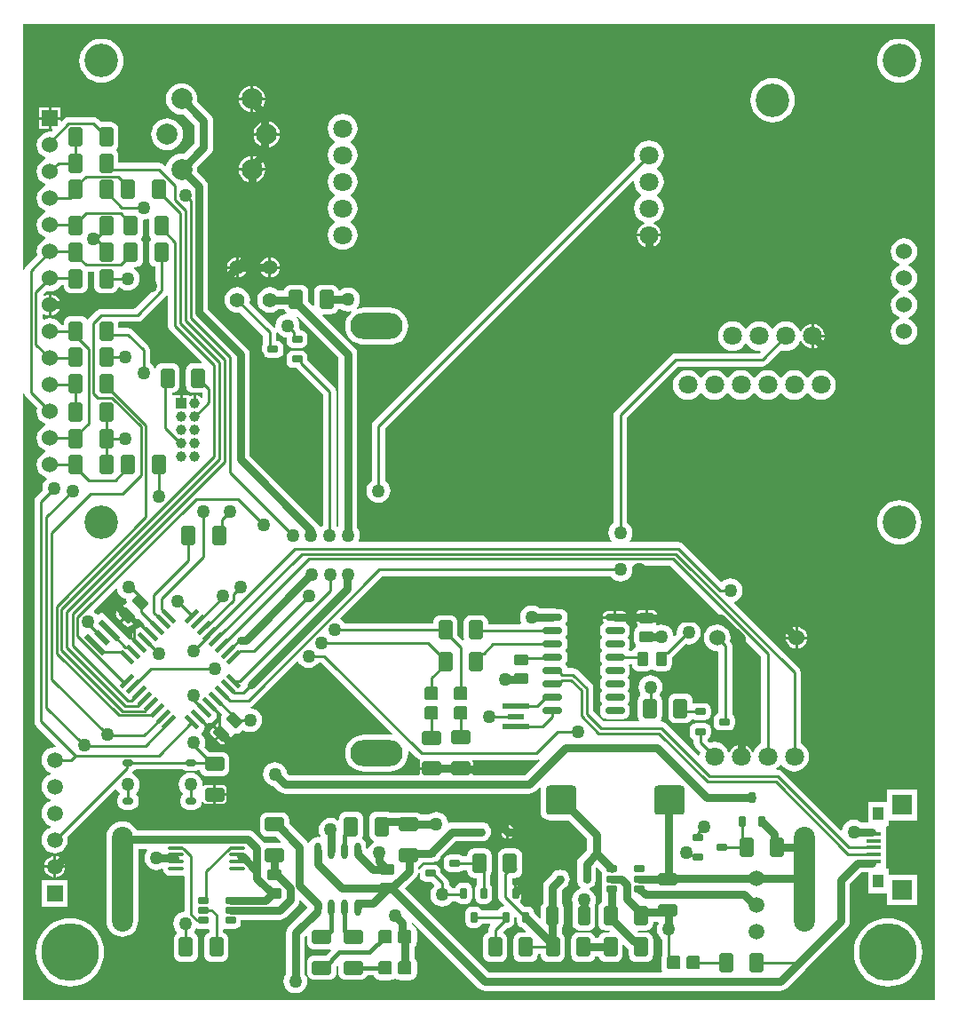
<source format=gtl>
G04*
G04 #@! TF.GenerationSoftware,Altium Limited,Altium Designer,19.1.5 (86)*
G04*
G04 Layer_Physical_Order=1*
G04 Layer_Color=255*
%FSLAX25Y25*%
%MOIN*%
G70*
G01*
G75*
%ADD10C,0.01000*%
G04:AMPARAMS|DCode=57|XSize=70.87mil|YSize=51.18mil|CornerRadius=6.4mil|HoleSize=0mil|Usage=FLASHONLY|Rotation=270.000|XOffset=0mil|YOffset=0mil|HoleType=Round|Shape=RoundedRectangle|*
%AMROUNDEDRECTD57*
21,1,0.07087,0.03839,0,0,270.0*
21,1,0.05807,0.05118,0,0,270.0*
1,1,0.01280,-0.01919,-0.02904*
1,1,0.01280,-0.01919,0.02904*
1,1,0.01280,0.01919,0.02904*
1,1,0.01280,0.01919,-0.02904*
%
%ADD57ROUNDEDRECTD57*%
G04:AMPARAMS|DCode=58|XSize=23.62mil|YSize=39.37mil|CornerRadius=2.95mil|HoleSize=0mil|Usage=FLASHONLY|Rotation=90.000|XOffset=0mil|YOffset=0mil|HoleType=Round|Shape=RoundedRectangle|*
%AMROUNDEDRECTD58*
21,1,0.02362,0.03347,0,0,90.0*
21,1,0.01772,0.03937,0,0,90.0*
1,1,0.00591,0.01673,0.00886*
1,1,0.00591,0.01673,-0.00886*
1,1,0.00591,-0.01673,-0.00886*
1,1,0.00591,-0.01673,0.00886*
%
%ADD58ROUNDEDRECTD58*%
G04:AMPARAMS|DCode=59|XSize=55.12mil|YSize=39.37mil|CornerRadius=4.92mil|HoleSize=0mil|Usage=FLASHONLY|Rotation=0.000|XOffset=0mil|YOffset=0mil|HoleType=Round|Shape=RoundedRectangle|*
%AMROUNDEDRECTD59*
21,1,0.05512,0.02953,0,0,0.0*
21,1,0.04528,0.03937,0,0,0.0*
1,1,0.00984,0.02264,-0.01476*
1,1,0.00984,-0.02264,-0.01476*
1,1,0.00984,-0.02264,0.01476*
1,1,0.00984,0.02264,0.01476*
%
%ADD59ROUNDEDRECTD59*%
G04:AMPARAMS|DCode=60|XSize=23.62mil|YSize=39.37mil|CornerRadius=2.95mil|HoleSize=0mil|Usage=FLASHONLY|Rotation=0.000|XOffset=0mil|YOffset=0mil|HoleType=Round|Shape=RoundedRectangle|*
%AMROUNDEDRECTD60*
21,1,0.02362,0.03347,0,0,0.0*
21,1,0.01772,0.03937,0,0,0.0*
1,1,0.00591,0.00886,-0.01673*
1,1,0.00591,-0.00886,-0.01673*
1,1,0.00591,-0.00886,0.01673*
1,1,0.00591,0.00886,0.01673*
%
%ADD60ROUNDEDRECTD60*%
G04:AMPARAMS|DCode=61|XSize=70.87mil|YSize=51.18mil|CornerRadius=6.4mil|HoleSize=0mil|Usage=FLASHONLY|Rotation=180.000|XOffset=0mil|YOffset=0mil|HoleType=Round|Shape=RoundedRectangle|*
%AMROUNDEDRECTD61*
21,1,0.07087,0.03839,0,0,180.0*
21,1,0.05807,0.05118,0,0,180.0*
1,1,0.01280,-0.02904,0.01919*
1,1,0.01280,0.02904,0.01919*
1,1,0.01280,0.02904,-0.01919*
1,1,0.01280,-0.02904,-0.01919*
%
%ADD61ROUNDEDRECTD61*%
G04:AMPARAMS|DCode=62|XSize=39.37mil|YSize=23.62mil|CornerRadius=5.91mil|HoleSize=0mil|Usage=FLASHONLY|Rotation=0.000|XOffset=0mil|YOffset=0mil|HoleType=Round|Shape=RoundedRectangle|*
%AMROUNDEDRECTD62*
21,1,0.03937,0.01181,0,0,0.0*
21,1,0.02756,0.02362,0,0,0.0*
1,1,0.01181,0.01378,-0.00591*
1,1,0.01181,-0.01378,-0.00591*
1,1,0.01181,-0.01378,0.00591*
1,1,0.01181,0.01378,0.00591*
%
%ADD62ROUNDEDRECTD62*%
G04:AMPARAMS|DCode=63|XSize=19.68mil|YSize=98.43mil|CornerRadius=0mil|HoleSize=0mil|Usage=FLASHONLY|Rotation=225.000|XOffset=0mil|YOffset=0mil|HoleType=Round|Shape=Rectangle|*
%AMROTATEDRECTD63*
4,1,4,-0.02784,0.04176,0.04176,-0.02784,0.02784,-0.04176,-0.04176,0.02784,-0.02784,0.04176,0.0*
%
%ADD63ROTATEDRECTD63*%

G04:AMPARAMS|DCode=64|XSize=19.68mil|YSize=62.99mil|CornerRadius=0mil|HoleSize=0mil|Usage=FLASHONLY|Rotation=225.000|XOffset=0mil|YOffset=0mil|HoleType=Round|Shape=Rectangle|*
%AMROTATEDRECTD64*
4,1,4,-0.01531,0.02923,0.02923,-0.01531,0.01531,-0.02923,-0.02923,0.01531,-0.01531,0.02923,0.0*
%
%ADD64ROTATEDRECTD64*%

G04:AMPARAMS|DCode=65|XSize=55.12mil|YSize=39.37mil|CornerRadius=4.92mil|HoleSize=0mil|Usage=FLASHONLY|Rotation=135.000|XOffset=0mil|YOffset=0mil|HoleType=Round|Shape=RoundedRectangle|*
%AMROUNDEDRECTD65*
21,1,0.05512,0.02953,0,0,135.0*
21,1,0.04528,0.03937,0,0,135.0*
1,1,0.00984,-0.00557,0.02645*
1,1,0.00984,0.02645,-0.00557*
1,1,0.00984,0.00557,-0.02645*
1,1,0.00984,-0.02645,0.00557*
%
%ADD65ROUNDEDRECTD65*%
%ADD66R,0.09843X0.01968*%
%ADD67R,0.06299X0.01968*%
G04:AMPARAMS|DCode=68|XSize=50mil|YSize=50mil|CornerRadius=6.25mil|HoleSize=0mil|Usage=FLASHONLY|Rotation=90.000|XOffset=0mil|YOffset=0mil|HoleType=Round|Shape=RoundedRectangle|*
%AMROUNDEDRECTD68*
21,1,0.05000,0.03750,0,0,90.0*
21,1,0.03750,0.05000,0,0,90.0*
1,1,0.01250,0.01875,0.01875*
1,1,0.01250,0.01875,-0.01875*
1,1,0.01250,-0.01875,-0.01875*
1,1,0.01250,-0.01875,0.01875*
%
%ADD68ROUNDEDRECTD68*%
G04:AMPARAMS|DCode=69|XSize=17.72mil|YSize=64.96mil|CornerRadius=4.43mil|HoleSize=0mil|Usage=FLASHONLY|Rotation=315.000|XOffset=0mil|YOffset=0mil|HoleType=Round|Shape=RoundedRectangle|*
%AMROUNDEDRECTD69*
21,1,0.01772,0.05610,0,0,315.0*
21,1,0.00886,0.06496,0,0,315.0*
1,1,0.00886,-0.01670,-0.02297*
1,1,0.00886,-0.02297,-0.01670*
1,1,0.00886,0.01670,0.02297*
1,1,0.00886,0.02297,0.01670*
%
%ADD69ROUNDEDRECTD69*%
G04:AMPARAMS|DCode=70|XSize=17.72mil|YSize=64.96mil|CornerRadius=4.43mil|HoleSize=0mil|Usage=FLASHONLY|Rotation=45.000|XOffset=0mil|YOffset=0mil|HoleType=Round|Shape=RoundedRectangle|*
%AMROUNDEDRECTD70*
21,1,0.01772,0.05610,0,0,45.0*
21,1,0.00886,0.06496,0,0,45.0*
1,1,0.00886,0.02297,-0.01670*
1,1,0.00886,0.01670,-0.02297*
1,1,0.00886,-0.02297,0.01670*
1,1,0.00886,-0.01670,0.02297*
%
%ADD70ROUNDEDRECTD70*%
G04:AMPARAMS|DCode=71|XSize=70.87mil|YSize=45.28mil|CornerRadius=5.66mil|HoleSize=0mil|Usage=FLASHONLY|Rotation=0.000|XOffset=0mil|YOffset=0mil|HoleType=Round|Shape=RoundedRectangle|*
%AMROUNDEDRECTD71*
21,1,0.07087,0.03396,0,0,0.0*
21,1,0.05955,0.04528,0,0,0.0*
1,1,0.01132,0.02977,-0.01698*
1,1,0.01132,-0.02977,-0.01698*
1,1,0.01132,-0.02977,0.01698*
1,1,0.01132,0.02977,0.01698*
%
%ADD71ROUNDEDRECTD71*%
%ADD72R,0.07480X0.07480*%
%ADD73R,0.03937X0.05118*%
%ADD74R,0.05315X0.01575*%
%ADD75O,0.05906X0.01575*%
G04:AMPARAMS|DCode=76|XSize=50mil|YSize=50mil|CornerRadius=6.25mil|HoleSize=0mil|Usage=FLASHONLY|Rotation=0.000|XOffset=0mil|YOffset=0mil|HoleType=Round|Shape=RoundedRectangle|*
%AMROUNDEDRECTD76*
21,1,0.05000,0.03750,0,0,0.0*
21,1,0.03750,0.05000,0,0,0.0*
1,1,0.01250,0.01875,-0.01875*
1,1,0.01250,-0.01875,-0.01875*
1,1,0.01250,-0.01875,0.01875*
1,1,0.01250,0.01875,0.01875*
%
%ADD76ROUNDEDRECTD76*%
%ADD77O,0.02362X0.06299*%
G04:AMPARAMS|DCode=78|XSize=23.62mil|YSize=27.56mil|CornerRadius=2.95mil|HoleSize=0mil|Usage=FLASHONLY|Rotation=0.000|XOffset=0mil|YOffset=0mil|HoleType=Round|Shape=RoundedRectangle|*
%AMROUNDEDRECTD78*
21,1,0.02362,0.02165,0,0,0.0*
21,1,0.01772,0.02756,0,0,0.0*
1,1,0.00591,0.00886,-0.01083*
1,1,0.00591,-0.00886,-0.01083*
1,1,0.00591,-0.00886,0.01083*
1,1,0.00591,0.00886,0.01083*
%
%ADD78ROUNDEDRECTD78*%
G04:AMPARAMS|DCode=79|XSize=70.87mil|YSize=45.28mil|CornerRadius=5.66mil|HoleSize=0mil|Usage=FLASHONLY|Rotation=90.000|XOffset=0mil|YOffset=0mil|HoleType=Round|Shape=RoundedRectangle|*
%AMROUNDEDRECTD79*
21,1,0.07087,0.03396,0,0,90.0*
21,1,0.05955,0.04528,0,0,90.0*
1,1,0.01132,0.01698,0.02977*
1,1,0.01132,0.01698,-0.02977*
1,1,0.01132,-0.01698,-0.02977*
1,1,0.01132,-0.01698,0.02977*
%
%ADD79ROUNDEDRECTD79*%
G04:AMPARAMS|DCode=80|XSize=55.12mil|YSize=39.37mil|CornerRadius=4.92mil|HoleSize=0mil|Usage=FLASHONLY|Rotation=90.000|XOffset=0mil|YOffset=0mil|HoleType=Round|Shape=RoundedRectangle|*
%AMROUNDEDRECTD80*
21,1,0.05512,0.02953,0,0,90.0*
21,1,0.04528,0.03937,0,0,90.0*
1,1,0.00984,0.01476,0.02264*
1,1,0.00984,0.01476,-0.02264*
1,1,0.00984,-0.01476,-0.02264*
1,1,0.00984,-0.01476,0.02264*
%
%ADD80ROUNDEDRECTD80*%
G04:AMPARAMS|DCode=81|XSize=115mil|YSize=110mil|CornerRadius=13.75mil|HoleSize=0mil|Usage=FLASHONLY|Rotation=180.000|XOffset=0mil|YOffset=0mil|HoleType=Round|Shape=RoundedRectangle|*
%AMROUNDEDRECTD81*
21,1,0.11500,0.08250,0,0,180.0*
21,1,0.08750,0.11000,0,0,180.0*
1,1,0.02750,-0.04375,0.04125*
1,1,0.02750,0.04375,0.04125*
1,1,0.02750,0.04375,-0.04125*
1,1,0.02750,-0.04375,-0.04125*
%
%ADD81ROUNDEDRECTD81*%
G04:AMPARAMS|DCode=82|XSize=70.87mil|YSize=23.62mil|CornerRadius=5.91mil|HoleSize=0mil|Usage=FLASHONLY|Rotation=0.000|XOffset=0mil|YOffset=0mil|HoleType=Round|Shape=RoundedRectangle|*
%AMROUNDEDRECTD82*
21,1,0.07087,0.01181,0,0,0.0*
21,1,0.05906,0.02362,0,0,0.0*
1,1,0.01181,0.02953,-0.00591*
1,1,0.01181,-0.02953,-0.00591*
1,1,0.01181,-0.02953,0.00591*
1,1,0.01181,0.02953,0.00591*
%
%ADD82ROUNDEDRECTD82*%
%ADD83C,0.03000*%
%ADD84C,0.01500*%
%ADD85O,0.07874X0.39370*%
%ADD86C,0.06000*%
%ADD87C,0.12598*%
%ADD88R,0.06000X0.06000*%
%ADD89C,0.07087*%
%ADD90O,0.19685X0.09843*%
%ADD91C,0.03937*%
%ADD92R,0.03937X0.03937*%
%ADD93C,0.05512*%
%ADD94C,0.07874*%
%ADD95C,0.05906*%
%ADD96R,0.05906X0.05906*%
%ADD97C,0.21654*%
%ADD98C,0.05000*%
G36*
X49387Y294722D02*
Y289419D01*
X49477Y288738D01*
X49739Y288104D01*
X50157Y287559D01*
Y287244D01*
X49739Y286699D01*
X49477Y286065D01*
X49387Y285384D01*
Y279577D01*
X49477Y278896D01*
X49739Y278261D01*
X50157Y277716D01*
X50702Y277298D01*
X51337Y277036D01*
X51680Y276991D01*
Y269071D01*
X43984Y261375D01*
X31496D01*
X30533Y261184D01*
X29716Y260638D01*
X26764Y257685D01*
X26525Y257328D01*
X26414Y257291D01*
X25926Y257331D01*
X25630Y257716D01*
X25085Y258135D01*
X24451Y258397D01*
X23770Y258487D01*
X19931D01*
X19250Y258397D01*
X18616Y258135D01*
X18071Y257716D01*
X17653Y257172D01*
X17390Y256537D01*
X17300Y255856D01*
Y255233D01*
X16457D01*
X15670Y256260D01*
X14632Y257056D01*
X13423Y257557D01*
X12126Y257728D01*
X10829Y257557D01*
X9907Y257175D01*
X9407Y257496D01*
Y259196D01*
X9855Y259417D01*
X10109Y259223D01*
X11082Y258820D01*
X11626Y258748D01*
Y262717D01*
Y266685D01*
X11082Y266614D01*
X10215Y266254D01*
X9867Y266373D01*
X9671Y266505D01*
X9646Y266677D01*
X10843Y267874D01*
X12126Y267705D01*
X13423Y267876D01*
X14632Y268377D01*
X15670Y269173D01*
X16457Y270200D01*
X17300D01*
Y269734D01*
X17390Y269053D01*
X17653Y268419D01*
X18071Y267874D01*
X18616Y267456D01*
X19250Y267193D01*
X19931Y267104D01*
X23770D01*
X24451Y267193D01*
X25085Y267456D01*
X25630Y267874D01*
X26048Y268419D01*
X26311Y269053D01*
X26401Y269734D01*
Y275133D01*
X28718D01*
Y269734D01*
X28807Y269053D01*
X29070Y268419D01*
X29488Y267874D01*
X30033Y267456D01*
X30667Y267193D01*
X31348Y267104D01*
X35187D01*
X35868Y267193D01*
X36502Y267456D01*
X37047Y267874D01*
X37465Y268419D01*
X37728Y269053D01*
X37742Y269163D01*
X37872Y269254D01*
X38273Y269358D01*
X39085Y268735D01*
X40172Y268284D01*
X41339Y268131D01*
X42505Y268284D01*
X43592Y268735D01*
X44526Y269451D01*
X45242Y270384D01*
X45692Y271471D01*
X45846Y272638D01*
X45692Y273804D01*
X45242Y274891D01*
X44526Y275825D01*
X43716Y276446D01*
X43866Y276946D01*
X44439D01*
X45120Y277036D01*
X45754Y277298D01*
X46299Y277716D01*
X46717Y278261D01*
X46980Y278896D01*
X47070Y279577D01*
Y285384D01*
X46980Y286065D01*
X46717Y286699D01*
X46299Y287244D01*
Y287559D01*
X46717Y288104D01*
X46980Y288738D01*
X47070Y289419D01*
Y294553D01*
X47244Y294706D01*
X48411Y294859D01*
X48887Y295056D01*
X49387Y294722D01*
D02*
G37*
G36*
X344488Y1969D02*
X1969D01*
Y229550D01*
X2468Y229599D01*
X2596Y228958D01*
X3142Y228142D01*
X7283Y224000D01*
X7115Y222716D01*
X7285Y221420D01*
X7786Y220211D01*
X8582Y219173D01*
X9620Y218377D01*
X10560Y217987D01*
Y217446D01*
X9620Y217056D01*
X8582Y216260D01*
X7786Y215222D01*
X7285Y214014D01*
X7115Y212717D01*
X7285Y211420D01*
X7786Y210211D01*
X8582Y209173D01*
X9620Y208377D01*
X10560Y207987D01*
Y207446D01*
X9620Y207056D01*
X8582Y206260D01*
X7786Y205222D01*
X7285Y204014D01*
X7115Y202716D01*
X7285Y201419D01*
X7786Y200211D01*
X8582Y199173D01*
X9620Y198377D01*
X10829Y197876D01*
X10860Y197872D01*
X10989Y197389D01*
X10593Y197085D01*
X9876Y196151D01*
X9426Y195064D01*
X9273Y193898D01*
X9383Y193060D01*
X7031Y190709D01*
X6486Y189892D01*
X6294Y188929D01*
Y106346D01*
X6486Y105383D01*
X7031Y104567D01*
X14363Y97235D01*
X14142Y96787D01*
X13934Y96814D01*
X12649Y96645D01*
X11452Y96149D01*
X10424Y95360D01*
X9635Y94332D01*
X9139Y93135D01*
X8970Y91850D01*
X9139Y90566D01*
X9635Y89368D01*
X10424Y88341D01*
X11452Y87552D01*
X12526Y87107D01*
X12526Y87106D01*
Y86595D01*
X12526Y86594D01*
X11452Y86149D01*
X10424Y85360D01*
X9635Y84332D01*
X9139Y83135D01*
X8970Y81850D01*
X9139Y80566D01*
X9635Y79369D01*
X10424Y78341D01*
X11452Y77552D01*
X12526Y77107D01*
X12526Y77106D01*
Y76595D01*
X12526Y76594D01*
X11452Y76149D01*
X10424Y75360D01*
X9635Y74332D01*
X9139Y73135D01*
X8970Y71850D01*
X9139Y70566D01*
X9635Y69368D01*
X10424Y68340D01*
X11452Y67552D01*
X12526Y67107D01*
X12526Y67106D01*
Y66595D01*
X12526Y66594D01*
X11452Y66149D01*
X10424Y65360D01*
X9635Y64332D01*
X9139Y63135D01*
X8970Y61850D01*
X9139Y60566D01*
X9635Y59368D01*
X10424Y58341D01*
X11452Y57552D01*
X12649Y57056D01*
X13934Y56887D01*
X15219Y57056D01*
X16416Y57552D01*
X17444Y58341D01*
X18233Y59368D01*
X18729Y60566D01*
X18898Y61850D01*
X18734Y63091D01*
X36716Y81073D01*
X37207Y80976D01*
X37435Y80424D01*
X38152Y79490D01*
X38290Y79384D01*
Y78892D01*
X37880Y78357D01*
X37622Y77735D01*
X37534Y77067D01*
Y75886D01*
X37622Y75218D01*
X37880Y74595D01*
X38290Y74061D01*
X38824Y73650D01*
X39447Y73393D01*
X40115Y73305D01*
X42871D01*
X43539Y73393D01*
X44161Y73650D01*
X44696Y74061D01*
X45106Y74595D01*
X45364Y75218D01*
X45452Y75886D01*
Y77067D01*
X45364Y77735D01*
X45106Y78357D01*
X44696Y78892D01*
X44547Y79006D01*
X44604Y79593D01*
X45242Y80424D01*
X45692Y81511D01*
X45846Y82677D01*
X45692Y83844D01*
X45242Y84931D01*
X44526Y85864D01*
X43592Y86580D01*
X43113Y86779D01*
X42963Y87278D01*
X43256Y87726D01*
X43539Y87763D01*
X44161Y88021D01*
X44564Y88330D01*
X62044D01*
X62446Y88021D01*
X63069Y87763D01*
X63737Y87675D01*
X64856D01*
X64889Y87175D01*
X64559Y87131D01*
X63794Y87031D01*
X62707Y86580D01*
X61774Y85864D01*
X61057Y84931D01*
X60607Y83844D01*
X60454Y82677D01*
X60607Y81511D01*
X61057Y80424D01*
X61774Y79490D01*
X61912Y79384D01*
X61912Y78892D01*
X61502Y78357D01*
X61244Y77735D01*
X61156Y77067D01*
Y75886D01*
X61244Y75218D01*
X61502Y74595D01*
X61912Y74061D01*
X62446Y73650D01*
X63069Y73393D01*
X63737Y73305D01*
X66493D01*
X67161Y73393D01*
X67783Y73650D01*
X68318Y74061D01*
X68728Y74595D01*
X68986Y75218D01*
X69074Y75886D01*
Y76221D01*
X69266Y76288D01*
X69574Y76305D01*
X69888Y75836D01*
X70430Y75473D01*
X71070Y75346D01*
X73473D01*
Y78937D01*
Y82528D01*
X71070D01*
X70430Y82401D01*
X69888Y82038D01*
X69407Y82220D01*
X69468Y82677D01*
X69314Y83844D01*
X68864Y84931D01*
X68148Y85864D01*
X67214Y86580D01*
X66127Y87031D01*
X65362Y87131D01*
X65033Y87175D01*
X65065Y87675D01*
X66493D01*
X67161Y87763D01*
X67783Y88021D01*
X67970Y88164D01*
X68498Y87982D01*
X68529Y87754D01*
X68791Y87120D01*
X69209Y86575D01*
X69754Y86157D01*
X70389Y85894D01*
X71070Y85804D01*
X76877D01*
X77558Y85894D01*
X78192Y86157D01*
X78737Y86575D01*
X79155Y87120D01*
X79418Y87754D01*
X79508Y88435D01*
Y92274D01*
X79418Y92954D01*
X79155Y93589D01*
X78737Y94134D01*
X78192Y94552D01*
X77558Y94815D01*
X76877Y94904D01*
X72074D01*
X70124Y96854D01*
X70298Y97275D01*
X70452Y98442D01*
X70298Y99608D01*
X69848Y100695D01*
X69195Y101546D01*
X69135Y101659D01*
X69186Y102217D01*
X69584Y102615D01*
X70117Y103412D01*
X70304Y104353D01*
X70227Y104741D01*
X70438Y104882D01*
X70140Y105180D01*
X70117Y105294D01*
X69584Y106092D01*
X67601Y108076D01*
X67951Y108426D01*
X69935Y106443D01*
X70732Y105910D01*
X70847Y105887D01*
X71145Y105589D01*
X71286Y105800D01*
X71673Y105723D01*
X72614Y105910D01*
X73412Y106443D01*
X74038Y107069D01*
X74571Y107867D01*
X74758Y108808D01*
X74681Y109195D01*
X74892Y109336D01*
X74594Y109634D01*
X74571Y109749D01*
X74038Y110546D01*
X72055Y112530D01*
X72405Y112880D01*
X74389Y110897D01*
X75187Y110364D01*
X75301Y110341D01*
X75640Y110002D01*
X75811Y110019D01*
X76854Y108976D01*
X76437Y108353D01*
X76247Y107393D01*
X76363Y106810D01*
X75472Y105920D01*
X75250Y105875D01*
X74756Y105546D01*
X74066Y104855D01*
X76743Y102179D01*
X79419Y99502D01*
X80110Y100193D01*
X80439Y100686D01*
X80484Y100909D01*
X81374Y101799D01*
X81957Y101683D01*
X82917Y101874D01*
X83731Y102418D01*
X84596Y103283D01*
X85052Y102933D01*
X86139Y102483D01*
X87305Y102329D01*
X88472Y102483D01*
X89559Y102933D01*
X90492Y103649D01*
X91209Y104583D01*
X91659Y105670D01*
X91813Y106836D01*
X91659Y108003D01*
X91209Y109090D01*
X90492Y110023D01*
X89559Y110739D01*
X88472Y111190D01*
X87485Y111320D01*
X87468Y111826D01*
X87577Y111848D01*
X88394Y112393D01*
X104785Y128785D01*
X105286Y128729D01*
X105353Y128646D01*
X106065Y127718D01*
X106998Y127002D01*
X108086Y126552D01*
X109252Y126399D01*
X110418Y126552D01*
X111505Y127002D01*
X112439Y127718D01*
X112953Y128389D01*
X114115D01*
X140680Y101823D01*
X140453Y101343D01*
X139764Y101411D01*
X129921D01*
X128571Y101278D01*
X127272Y100884D01*
X126075Y100244D01*
X125026Y99384D01*
X124165Y98334D01*
X123525Y97137D01*
X123131Y95839D01*
X122998Y94488D01*
X123131Y93138D01*
X123525Y91839D01*
X124165Y90642D01*
X125026Y89593D01*
X126075Y88732D01*
X127272Y88092D01*
X128571Y87698D01*
X129921Y87565D01*
X139764D01*
X141114Y87698D01*
X142413Y88092D01*
X143610Y88732D01*
X144659Y89593D01*
X145520Y90642D01*
X146160Y91839D01*
X146554Y93138D01*
X146687Y94488D01*
X146619Y95178D01*
X147099Y95405D01*
X149795Y92708D01*
X150612Y92163D01*
X150966Y92092D01*
X151196Y91537D01*
X151064Y91339D01*
X150936Y90699D01*
Y89280D01*
X155512D01*
Y88279D01*
X150936D01*
Y86860D01*
X150969Y86695D01*
X150559Y86195D01*
X101978D01*
X101051Y87121D01*
X100964Y87781D01*
X100514Y88868D01*
X99798Y89801D01*
X98865Y90517D01*
X97778Y90968D01*
X96611Y91121D01*
X95445Y90968D01*
X94358Y90517D01*
X93424Y89801D01*
X92708Y88868D01*
X92258Y87781D01*
X92104Y86614D01*
X92258Y85448D01*
X92708Y84361D01*
X93424Y83427D01*
X94358Y82711D01*
X95445Y82261D01*
X96104Y82174D01*
X98055Y80223D01*
X98779Y79667D01*
X99623Y79318D01*
X100528Y79198D01*
X191949D01*
X192854Y79318D01*
X193698Y79667D01*
X194423Y80223D01*
X196031Y81831D01*
X196504Y81598D01*
X196412Y80897D01*
Y72647D01*
X196527Y71774D01*
X196864Y70960D01*
X197400Y70262D01*
X198098Y69726D01*
X198912Y69389D01*
X199784Y69274D01*
X206959D01*
X213848Y62385D01*
Y58166D01*
X211109Y55427D01*
X210553Y54702D01*
X210204Y53858D01*
X210084Y52953D01*
Y47244D01*
X210204Y46339D01*
X210492Y45642D01*
X210564Y45278D01*
X211065Y44529D01*
X211502Y44237D01*
X211449Y43850D01*
X211394Y43708D01*
X210345Y43273D01*
X209412Y42557D01*
X208695Y41624D01*
X208245Y40537D01*
X208091Y39370D01*
X208245Y38204D01*
X208545Y37479D01*
X208513Y37431D01*
X208316Y36442D01*
Y30487D01*
X208513Y29498D01*
X209073Y28660D01*
X209912Y28100D01*
X210901Y27903D01*
X214296D01*
X215285Y28100D01*
X216124Y28660D01*
X216684Y29498D01*
X216880Y30487D01*
Y36442D01*
X216684Y37431D01*
X216652Y37479D01*
X216952Y38204D01*
X217106Y39370D01*
X216952Y40537D01*
X216502Y41624D01*
X215785Y42557D01*
X214852Y43273D01*
X214613Y43372D01*
X214664Y43892D01*
X215352Y44029D01*
X216101Y44529D01*
X216601Y45278D01*
X216673Y45642D01*
X216962Y46339D01*
X217081Y47244D01*
Y51327D01*
X217559Y51556D01*
X219304Y49811D01*
X219423Y49215D01*
X219490Y49114D01*
X219423Y49013D01*
X219247Y48130D01*
Y46358D01*
X219423Y45475D01*
X219490Y45374D01*
X219423Y45273D01*
X219247Y44390D01*
Y42618D01*
X219423Y41735D01*
X219435Y41717D01*
Y38660D01*
X219403Y38646D01*
X218858Y38228D01*
X218440Y37683D01*
X218177Y37049D01*
X218088Y36368D01*
Y30561D01*
X218177Y29880D01*
X218440Y29246D01*
X218858Y28701D01*
X219403Y28283D01*
X220038Y28020D01*
X220719Y27930D01*
X222148D01*
X222345Y27681D01*
X222125Y27188D01*
X220719D01*
X220038Y27098D01*
X219403Y26835D01*
X218858Y26417D01*
X218440Y25872D01*
X218177Y25238D01*
X218166Y25152D01*
X216873D01*
X216862Y25238D01*
X216599Y25872D01*
X216181Y26417D01*
X215636Y26835D01*
X215002Y27098D01*
X214321Y27188D01*
X210482D01*
X209801Y27098D01*
X209167Y26835D01*
X208622Y26417D01*
X208204Y25872D01*
X207941Y25238D01*
X207852Y24557D01*
Y18750D01*
X207941Y18069D01*
X208204Y17435D01*
X208622Y16890D01*
X209167Y16472D01*
X209801Y16209D01*
X210482Y16119D01*
X214321D01*
X215002Y16209D01*
X215636Y16472D01*
X216181Y16890D01*
X216599Y17435D01*
X216862Y18069D01*
X216873Y18155D01*
X218166D01*
X218177Y18069D01*
X218440Y17435D01*
X218858Y16890D01*
X219403Y16472D01*
X220038Y16209D01*
X220719Y16119D01*
X224557D01*
X225238Y16209D01*
X225872Y16472D01*
X226417Y16890D01*
X226835Y17435D01*
X227098Y18069D01*
X227188Y18750D01*
Y22329D01*
X227650Y22521D01*
X228947Y21223D01*
X229505Y20795D01*
Y18750D01*
X229595Y18069D01*
X229857Y17435D01*
X230276Y16890D01*
X230820Y16472D01*
X231455Y16209D01*
X232136Y16119D01*
X235974D01*
X236655Y16209D01*
X237290Y16472D01*
X237835Y16890D01*
X238253Y17435D01*
X238515Y18069D01*
X238605Y18750D01*
Y24557D01*
X238515Y25238D01*
X238253Y25872D01*
X237835Y26417D01*
X237290Y26835D01*
X236655Y27098D01*
X235974Y27188D01*
X233052D01*
X233047Y27189D01*
X232861Y27409D01*
X232847Y27430D01*
X233099Y27930D01*
X235974D01*
X236655Y28020D01*
X237290Y28283D01*
X237835Y28701D01*
X238253Y29246D01*
X238515Y29880D01*
X238605Y30561D01*
Y31171D01*
X240393D01*
X240639Y30671D01*
X240585Y30600D01*
X240135Y29513D01*
X239981Y28346D01*
X240135Y27180D01*
X240585Y26093D01*
X241301Y25159D01*
X241971Y24645D01*
Y18597D01*
X241848Y18300D01*
X241759Y17623D01*
Y13873D01*
X241848Y13196D01*
X242039Y12735D01*
X241787Y12235D01*
X176965D01*
X145499Y43701D01*
X149521Y47723D01*
X150077Y48448D01*
X150426Y49291D01*
X150440Y49394D01*
X150940Y49361D01*
Y48524D01*
X151116Y47640D01*
X151616Y46891D01*
X152365Y46391D01*
X153248Y46216D01*
X155343D01*
X156430Y45129D01*
X156397Y44630D01*
X156262Y44526D01*
X155546Y43592D01*
X155095Y42505D01*
X154942Y41339D01*
X155095Y40172D01*
X155546Y39085D01*
X156262Y38152D01*
X157195Y37435D01*
X158282Y36985D01*
X159449Y36832D01*
X160615Y36985D01*
X161702Y37435D01*
X162636Y38152D01*
X163150Y38822D01*
X164869D01*
X165002Y38624D01*
X165751Y38124D01*
X166634Y37948D01*
X168405D01*
X169289Y38124D01*
X170038Y38624D01*
X170538Y39373D01*
X170714Y40256D01*
Y43602D01*
X170538Y44486D01*
X170038Y45234D01*
X169289Y45735D01*
X168405Y45911D01*
X166634D01*
X165751Y45735D01*
X165002Y45234D01*
X164501Y44486D01*
X164376Y43856D01*
X163150D01*
X162636Y44526D01*
X161966Y45040D01*
Y45669D01*
X161774Y46633D01*
X161229Y47449D01*
X158903Y49775D01*
Y50295D01*
X158727Y51179D01*
X158227Y51927D01*
X157478Y52428D01*
X156595Y52603D01*
X153248D01*
X152365Y52428D01*
X151616Y51927D01*
X151116Y51179D01*
X151046Y50827D01*
X150546Y50876D01*
Y51966D01*
X150873Y52102D01*
X151417Y52520D01*
X151835Y53065D01*
X151971Y53391D01*
X155071D01*
X155976Y53511D01*
X156424Y53696D01*
X156595D01*
X157478Y53872D01*
X158227Y54372D01*
X158727Y55121D01*
X158845Y55717D01*
X164591Y61462D01*
X174213D01*
X175030Y61570D01*
X175098D01*
X175982Y61746D01*
X176731Y62246D01*
X177231Y62995D01*
X177303Y63358D01*
X177592Y64055D01*
X177711Y64961D01*
X177592Y65866D01*
X177303Y66563D01*
X177231Y66927D01*
X176731Y67675D01*
X175982Y68176D01*
X175098Y68351D01*
X175030D01*
X174213Y68459D01*
X163142D01*
X162236Y68340D01*
X162070Y68271D01*
X161637Y68521D01*
X161563Y69080D01*
X161113Y70167D01*
X160397Y71100D01*
X159463Y71817D01*
X158376Y72267D01*
X157210Y72420D01*
X156043Y72267D01*
X154956Y71817D01*
X154300Y71313D01*
X151558D01*
X151417Y71496D01*
X150873Y71914D01*
X150238Y72177D01*
X149557Y72267D01*
X143750D01*
X143238Y72199D01*
X139636D01*
X139214Y72374D01*
X138533Y72464D01*
X134695D01*
X134014Y72374D01*
X133379Y72111D01*
X132835Y71693D01*
X132417Y71148D01*
X132154Y70514D01*
X132064Y69833D01*
Y64026D01*
X132154Y63345D01*
X132417Y62710D01*
X132835Y62165D01*
X133379Y61747D01*
X133737Y61599D01*
Y61058D01*
X133573Y60990D01*
X132640Y60274D01*
X131923Y59340D01*
X131518Y58360D01*
X131021Y58374D01*
X131011Y58376D01*
X130958Y58780D01*
X130755Y59268D01*
Y59842D01*
X130647Y60665D01*
X130330Y61431D01*
X129825Y62089D01*
X129254Y62527D01*
X129394Y62710D01*
X129657Y63345D01*
X129747Y64026D01*
Y69833D01*
X129657Y70514D01*
X129394Y71148D01*
X128976Y71693D01*
X128431Y72111D01*
X127797Y72374D01*
X127116Y72464D01*
X123278D01*
X122597Y72374D01*
X121962Y72111D01*
X121417Y71693D01*
X120999Y71148D01*
X120736Y70514D01*
X120647Y69833D01*
Y69447D01*
X120198Y69226D01*
X119776Y69550D01*
X118689Y70001D01*
X117522Y70154D01*
X116356Y70001D01*
X115269Y69550D01*
X114335Y68834D01*
X113619Y67901D01*
X113169Y66814D01*
X113015Y65647D01*
X113169Y64481D01*
X113619Y63394D01*
X113654Y63347D01*
X113463Y63019D01*
X113354Y62917D01*
X112579Y63019D01*
X111757Y62911D01*
X110990Y62594D01*
X110332Y62089D01*
X109828Y61431D01*
X109550Y60762D01*
X109245Y60704D01*
X109019Y60738D01*
X108892Y61045D01*
X108336Y61769D01*
X101991Y68114D01*
Y69636D01*
X101901Y70317D01*
X101638Y70951D01*
X101221Y71496D01*
X100676Y71914D01*
X100041Y72177D01*
X99360Y72267D01*
X93553D01*
X92872Y72177D01*
X92238Y71914D01*
X91693Y71496D01*
X91275Y70951D01*
X91012Y70317D01*
X90922Y69636D01*
Y65797D01*
X91012Y65116D01*
X91275Y64482D01*
X91693Y63937D01*
X92238Y63519D01*
X92872Y63256D01*
X93553Y63166D01*
X97044D01*
X98861Y61349D01*
X98654Y60849D01*
X93553D01*
X92872Y60760D01*
X92695Y60686D01*
X92270Y61240D01*
X89004Y64505D01*
X88280Y65061D01*
X87436Y65411D01*
X86983Y65470D01*
X86531Y65530D01*
X44710D01*
X44304Y66289D01*
X43566Y67188D01*
X42667Y67926D01*
X41641Y68475D01*
X40528Y68812D01*
X39370Y68926D01*
X38212Y68812D01*
X37099Y68475D01*
X36073Y67926D01*
X35174Y67188D01*
X34436Y66289D01*
X33888Y65263D01*
X33550Y64150D01*
X33436Y62992D01*
Y31496D01*
X33550Y30338D01*
X33888Y29225D01*
X34436Y28199D01*
X35174Y27300D01*
X36073Y26562D01*
X37099Y26014D01*
X38212Y25676D01*
X39370Y25562D01*
X40528Y25676D01*
X41641Y26014D01*
X42667Y26562D01*
X43566Y27300D01*
X44304Y28199D01*
X44853Y29225D01*
X45190Y30338D01*
X45304Y31496D01*
Y58533D01*
X48523D01*
X48770Y58033D01*
X48262Y57372D01*
X47812Y56285D01*
X47658Y55118D01*
X47812Y53952D01*
X48262Y52865D01*
X48978Y51931D01*
X49912Y51215D01*
X50999Y50765D01*
X52165Y50611D01*
X53332Y50765D01*
X54029Y51054D01*
X54575Y50738D01*
X54598Y50560D01*
X54876Y49890D01*
X55318Y49314D01*
X55894Y48872D01*
X56564Y48595D01*
X57284Y48500D01*
X61614D01*
X62193Y48576D01*
X62693Y48269D01*
Y34980D01*
X61826Y34865D01*
X60739Y34415D01*
X59805Y33699D01*
X59089Y32765D01*
X58639Y31678D01*
X58485Y30512D01*
X58639Y29345D01*
X59089Y28258D01*
X59805Y27325D01*
X59855Y27287D01*
X59788Y26708D01*
X59409Y26417D01*
X58991Y25872D01*
X58729Y25238D01*
X58639Y24557D01*
Y18750D01*
X58729Y18069D01*
X58991Y17435D01*
X59409Y16890D01*
X59954Y16472D01*
X60589Y16209D01*
X61270Y16119D01*
X65108D01*
X65789Y16209D01*
X66424Y16472D01*
X66969Y16890D01*
X67387Y17435D01*
X67649Y18069D01*
X67739Y18750D01*
Y24557D01*
X67649Y25238D01*
X67387Y25872D01*
X66969Y26417D01*
X66424Y26835D01*
X66326Y26876D01*
X66268Y27441D01*
X66895Y28258D01*
X67059Y28654D01*
X67128Y28675D01*
X68012Y28499D01*
X71358D01*
X71703Y28567D01*
X72089Y28250D01*
Y27109D01*
X72006Y27098D01*
X71372Y26835D01*
X70827Y26417D01*
X70409Y25872D01*
X70146Y25238D01*
X70056Y24557D01*
Y18750D01*
X70146Y18069D01*
X70409Y17435D01*
X70827Y16890D01*
X71372Y16472D01*
X72006Y16209D01*
X72687Y16119D01*
X76526D01*
X77206Y16209D01*
X77841Y16472D01*
X78386Y16890D01*
X78804Y17435D01*
X79067Y18069D01*
X79156Y18750D01*
Y24557D01*
X79067Y25238D01*
X78804Y25872D01*
X78386Y26417D01*
X77841Y26835D01*
X77206Y27098D01*
X77123Y27109D01*
Y28280D01*
X77623Y28623D01*
X78248Y28499D01*
X81595D01*
X82478Y28675D01*
X83227Y29175D01*
X83727Y29924D01*
X83903Y30807D01*
Y31935D01*
X98425D01*
X99331Y32054D01*
X100174Y32403D01*
X100899Y32959D01*
X104836Y36896D01*
X105392Y37621D01*
X105597Y38115D01*
X105741Y38465D01*
X105819Y39050D01*
X106346Y39230D01*
X108962Y36614D01*
X101857Y29509D01*
X101301Y28785D01*
X100952Y27941D01*
X100832Y27035D01*
Y11639D01*
X100427Y11112D01*
X99977Y10025D01*
X99824Y8858D01*
X99977Y7692D01*
X100427Y6605D01*
X101144Y5671D01*
X102077Y4955D01*
X103164Y4505D01*
X104331Y4351D01*
X105497Y4505D01*
X106584Y4955D01*
X107518Y5671D01*
X108234Y6605D01*
X108684Y7692D01*
X108838Y8858D01*
X108684Y10025D01*
X108234Y11112D01*
X107829Y11639D01*
Y25586D01*
X108177Y25934D01*
X108639Y25743D01*
Y23474D01*
X108729Y22794D01*
X108991Y22159D01*
X109409Y21614D01*
X109954Y21196D01*
X110589Y20933D01*
X111270Y20844D01*
X117077D01*
X117495Y20899D01*
X117728Y20425D01*
X115830Y18526D01*
X111270D01*
X110589Y18437D01*
X109954Y18174D01*
X109409Y17756D01*
X108991Y17211D01*
X108729Y16577D01*
X108639Y15896D01*
Y12057D01*
X108729Y11376D01*
X108991Y10742D01*
X109409Y10197D01*
X109954Y9779D01*
X110589Y9516D01*
X111270Y9426D01*
X117077D01*
X117758Y9516D01*
X118392Y9779D01*
X118937Y10197D01*
X119355Y10742D01*
X119618Y11376D01*
X119708Y12057D01*
Y14556D01*
X119957Y14754D01*
X120450Y14533D01*
Y12057D01*
X120540Y11376D01*
X120802Y10742D01*
X121221Y10197D01*
X121765Y9779D01*
X122400Y9516D01*
X123081Y9426D01*
X128888D01*
X129569Y9516D01*
X130203Y9779D01*
X130748Y10197D01*
X131166Y10742D01*
X131329Y11136D01*
X133618D01*
X133842Y10597D01*
X134258Y10055D01*
X134799Y9639D01*
X135430Y9378D01*
X136107Y9289D01*
X139857D01*
X140534Y9378D01*
X141165Y9639D01*
X141707Y10055D01*
X141758D01*
X142299Y9639D01*
X142930Y9378D01*
X143607Y9289D01*
X147357D01*
X148034Y9378D01*
X148665Y9639D01*
X149207Y10055D01*
X149623Y10597D01*
X149884Y11227D01*
X149973Y11904D01*
Y15654D01*
X149884Y16332D01*
X149623Y16962D01*
X149207Y17504D01*
X148981Y17678D01*
Y21692D01*
X149207Y21866D01*
X149623Y22408D01*
X149884Y23039D01*
X149973Y23716D01*
Y27466D01*
X149884Y28143D01*
X149623Y28773D01*
X149207Y29315D01*
X148665Y29731D01*
X148034Y29992D01*
X147981Y29999D01*
Y30617D01*
X148211Y30771D01*
X148469Y30835D01*
X173042Y6262D01*
X173767Y5706D01*
X174610Y5357D01*
X175516Y5238D01*
X286295D01*
X287201Y5357D01*
X288045Y5706D01*
X288769Y6262D01*
X295781Y13274D01*
X295781Y13274D01*
X311529Y29022D01*
X312085Y29747D01*
X312434Y30591D01*
X312554Y31496D01*
Y45327D01*
X316953Y49726D01*
X319240D01*
Y41929D01*
X326331D01*
Y37402D01*
X337748D01*
Y48819D01*
X327114D01*
Y50984D01*
X326548D01*
X326130Y51181D01*
Y53740D01*
Y56299D01*
Y58858D01*
Y61417D01*
Y66929D01*
X326548Y67126D01*
X327114D01*
Y69291D01*
X337748D01*
Y80709D01*
X326331D01*
Y76181D01*
X319240D01*
Y68459D01*
X316757D01*
X316230Y68864D01*
X315143Y69314D01*
X313976Y69468D01*
X312810Y69314D01*
X311723Y68864D01*
X310789Y68148D01*
X310073Y67214D01*
X309623Y66127D01*
X309565Y65691D01*
X309092Y65530D01*
X287181Y87441D01*
X286365Y87987D01*
X285402Y88178D01*
X284936D01*
X284766Y88678D01*
X285506Y89246D01*
X286279Y90253D01*
X286414Y90294D01*
X286736D01*
X286871Y90253D01*
X287644Y89246D01*
X288795Y88363D01*
X290136Y87807D01*
X291575Y87618D01*
X293014Y87807D01*
X294355Y88363D01*
X295506Y89246D01*
X296389Y90398D01*
X296945Y91738D01*
X297134Y93177D01*
X296945Y94616D01*
X296389Y95957D01*
X295506Y97108D01*
X294355Y97992D01*
X294092Y98101D01*
Y124764D01*
X294092Y124764D01*
X293900Y125727D01*
X293355Y126543D01*
X269164Y150734D01*
X269282Y151323D01*
X269970Y151609D01*
X270903Y152325D01*
X271620Y153258D01*
X272070Y154345D01*
X272224Y155512D01*
X272070Y156678D01*
X271620Y157765D01*
X270903Y158699D01*
X269970Y159415D01*
X268883Y159865D01*
X267717Y160019D01*
X266550Y159865D01*
X265463Y159415D01*
X264530Y158699D01*
X264175Y158676D01*
X249811Y173039D01*
X248995Y173585D01*
X248031Y173777D01*
X230040D01*
X229794Y174277D01*
X230281Y174911D01*
X230731Y175998D01*
X230885Y177165D01*
X230731Y178331D01*
X230281Y179419D01*
X229564Y180352D01*
X228894Y180866D01*
Y220414D01*
X248090Y239609D01*
X279606D01*
X280570Y239801D01*
X281386Y240346D01*
X286763Y245723D01*
X287026Y245614D01*
X288465Y245425D01*
X289903Y245614D01*
X291244Y246170D01*
X292396Y247053D01*
X293279Y248205D01*
X293718Y249264D01*
X294259D01*
X294496Y248693D01*
X295224Y247744D01*
X296173Y247016D01*
X297278Y246558D01*
X297965Y246468D01*
Y250984D01*
X298465D01*
D01*
X297965D01*
Y255501D01*
X297278Y255411D01*
X296173Y254953D01*
X295224Y254225D01*
X294496Y253275D01*
X294259Y252704D01*
X293718D01*
X293279Y253764D01*
X292396Y254915D01*
X291244Y255799D01*
X289903Y256354D01*
X288465Y256544D01*
X287026Y256354D01*
X285685Y255799D01*
X284534Y254915D01*
X283761Y253908D01*
X283626Y253868D01*
X283304D01*
X283169Y253908D01*
X282396Y254915D01*
X281244Y255799D01*
X279903Y256354D01*
X278465Y256544D01*
X277026Y256354D01*
X275685Y255799D01*
X274534Y254915D01*
X273761Y253908D01*
X273625Y253868D01*
X273304D01*
X273168Y253908D01*
X272396Y254915D01*
X271244Y255799D01*
X269903Y256354D01*
X268465Y256544D01*
X267026Y256354D01*
X265685Y255799D01*
X264533Y254915D01*
X263650Y253764D01*
X263095Y252423D01*
X262905Y250984D01*
X263095Y249545D01*
X263650Y248205D01*
X264533Y247053D01*
X265685Y246170D01*
X267026Y245614D01*
X268465Y245425D01*
X269903Y245614D01*
X271244Y246170D01*
X272396Y247053D01*
X273168Y248060D01*
X273304Y248101D01*
X273625D01*
X273761Y248060D01*
X274534Y247053D01*
X275685Y246170D01*
X277026Y245614D01*
X278465Y245425D01*
X278708Y245457D01*
X278929Y245008D01*
X278564Y244643D01*
X247047D01*
X246084Y244451D01*
X245268Y243906D01*
X224598Y223236D01*
X224052Y222419D01*
X223861Y221456D01*
Y180866D01*
X223190Y180352D01*
X222474Y179419D01*
X222024Y178331D01*
X221870Y177165D01*
X222024Y175998D01*
X222474Y174911D01*
X222961Y174277D01*
X222715Y173777D01*
X128398D01*
X128063Y174277D01*
X128369Y175014D01*
X128523Y176181D01*
X128369Y177347D01*
X127919Y178434D01*
X127514Y178962D01*
Y244291D01*
X127455Y244744D01*
X127395Y245197D01*
X127250Y245546D01*
X127046Y246041D01*
X126489Y246765D01*
X114525Y258730D01*
X114732Y259229D01*
X117864D01*
X118545Y259319D01*
X119179Y259582D01*
X119724Y260000D01*
X120142Y260545D01*
X120405Y261179D01*
X120417Y261265D01*
X121235D01*
X121762Y260861D01*
X122849Y260410D01*
X124016Y260257D01*
X125182Y260410D01*
X125220Y260426D01*
X125480Y259992D01*
X125026Y259620D01*
X124165Y258571D01*
X123525Y257374D01*
X123131Y256075D01*
X122998Y254724D01*
X123131Y253374D01*
X123525Y252075D01*
X124165Y250878D01*
X125026Y249829D01*
X126075Y248968D01*
X127272Y248328D01*
X128571Y247934D01*
X129921Y247801D01*
X139764D01*
X141114Y247934D01*
X142413Y248328D01*
X143610Y248968D01*
X144659Y249829D01*
X145520Y250878D01*
X146160Y252075D01*
X146554Y253374D01*
X146687Y254724D01*
X146554Y256075D01*
X146160Y257374D01*
X145520Y258571D01*
X144659Y259620D01*
X143610Y260481D01*
X142413Y261121D01*
X141114Y261514D01*
X139764Y261648D01*
X129921D01*
X128571Y261514D01*
X127515Y261194D01*
X127313Y261441D01*
X127248Y261636D01*
X127919Y262510D01*
X128369Y263597D01*
X128523Y264764D01*
X128369Y265930D01*
X127919Y267017D01*
X127203Y267951D01*
X126269Y268667D01*
X125182Y269117D01*
X124016Y269271D01*
X122849Y269117D01*
X121762Y268667D01*
X121235Y268262D01*
X120417D01*
X120405Y268348D01*
X120142Y268983D01*
X119724Y269528D01*
X119179Y269946D01*
X118545Y270209D01*
X117864Y270298D01*
X114026D01*
X113345Y270209D01*
X112710Y269946D01*
X112165Y269528D01*
X111747Y268983D01*
X111485Y268348D01*
X111395Y267667D01*
Y262567D01*
X110895Y262360D01*
X109078Y264177D01*
Y267667D01*
X108988Y268348D01*
X108725Y268983D01*
X108307Y269528D01*
X107762Y269946D01*
X107128Y270209D01*
X106447Y270298D01*
X102608D01*
X101927Y270209D01*
X101293Y269946D01*
X100748Y269528D01*
X100330Y268983D01*
X100067Y268348D01*
X100030Y268065D01*
X97887D01*
X97068Y268694D01*
X95918Y269170D01*
X94685Y269332D01*
X93452Y269170D01*
X92302Y268694D01*
X91316Y267936D01*
X90558Y266950D01*
X90082Y265800D01*
X89920Y264567D01*
X90082Y263334D01*
X90558Y262184D01*
X91316Y261197D01*
X92302Y260440D01*
X93452Y259964D01*
X94685Y259802D01*
X95918Y259964D01*
X97068Y260440D01*
X97887Y261069D01*
X100113D01*
X100330Y260545D01*
X100748Y260000D01*
X100915Y259872D01*
X100775Y259349D01*
X100211Y259275D01*
X99124Y258824D01*
X98191Y258108D01*
X97475Y257175D01*
X97025Y256088D01*
X96871Y254921D01*
X96950Y254319D01*
X96473Y254134D01*
X87105Y263501D01*
X87246Y264567D01*
X87083Y265800D01*
X86607Y266950D01*
X85850Y267936D01*
X84863Y268694D01*
X83714Y269170D01*
X82480Y269332D01*
X81247Y269170D01*
X80098Y268694D01*
X79111Y267936D01*
X78354Y266950D01*
X77877Y265800D01*
X77715Y264567D01*
X77877Y263334D01*
X78354Y262184D01*
X79111Y261197D01*
X80098Y260440D01*
X81247Y259964D01*
X82480Y259802D01*
X83546Y259942D01*
X92176Y251312D01*
Y248005D01*
X92061Y247832D01*
X91885Y246949D01*
Y245177D01*
X92061Y244294D01*
X92561Y243545D01*
X93310Y243045D01*
X94193Y242869D01*
X97539D01*
X98423Y243045D01*
X99172Y243545D01*
X99672Y244294D01*
X99848Y245177D01*
Y246949D01*
X99672Y247832D01*
X99172Y248581D01*
X98423Y249081D01*
X97539Y249257D01*
X97210D01*
Y252192D01*
X97703Y252370D01*
X98191Y251734D01*
X99124Y251018D01*
X100211Y250568D01*
X100940Y250472D01*
Y248917D01*
X101116Y248034D01*
X101616Y247285D01*
X102365Y246785D01*
X103248Y246609D01*
X106595D01*
X107478Y246785D01*
X108227Y247285D01*
X108727Y248034D01*
X108903Y248917D01*
Y250689D01*
X108727Y251572D01*
X108227Y252321D01*
X107478Y252821D01*
X106595Y252997D01*
X106176D01*
X106073Y253514D01*
X105761Y253981D01*
X105885Y254921D01*
X105731Y256088D01*
X105281Y257175D01*
X104633Y258019D01*
X105010Y258350D01*
X120517Y242842D01*
Y179841D01*
X120017Y179595D01*
X119643Y179882D01*
Y230118D01*
X119451Y231081D01*
X118906Y231898D01*
X108903Y241901D01*
Y243209D01*
X108727Y244092D01*
X108227Y244841D01*
X107478Y245341D01*
X106595Y245517D01*
X103248D01*
X102365Y245341D01*
X101616Y244841D01*
X101116Y244092D01*
X100940Y243209D01*
Y241437D01*
X101116Y240554D01*
X101616Y239805D01*
X102365Y239305D01*
X103248Y239129D01*
X104574D01*
X104610Y239075D01*
X114609Y229076D01*
Y179882D01*
X114011Y179423D01*
X114003Y179419D01*
X113762Y179413D01*
X113424Y179518D01*
X113266Y179899D01*
X112710Y180623D01*
X87160Y206173D01*
Y244094D01*
X87041Y245000D01*
X86691Y245844D01*
X86135Y246568D01*
X71491Y261213D01*
Y307136D01*
X71371Y308041D01*
X71022Y308885D01*
X70466Y309610D01*
X67425Y312650D01*
X67514Y313548D01*
X67425Y314446D01*
X72356Y319377D01*
X72912Y320101D01*
X73261Y320945D01*
X73380Y321850D01*
Y331693D01*
X73261Y332598D01*
X72912Y333442D01*
X72356Y334167D01*
X67425Y339097D01*
X67514Y339995D01*
X67400Y341153D01*
X67062Y342266D01*
X66514Y343292D01*
X65776Y344191D01*
X64877Y344929D01*
X63851Y345478D01*
X62737Y345815D01*
X61580Y345929D01*
X60422Y345815D01*
X59309Y345478D01*
X58283Y344929D01*
X57384Y344191D01*
X56646Y343292D01*
X56097Y342266D01*
X55760Y341153D01*
X55646Y339995D01*
X55760Y338837D01*
X56097Y337724D01*
X56646Y336698D01*
X57384Y335799D01*
X58283Y335061D01*
X59309Y334513D01*
X60422Y334175D01*
X61580Y334061D01*
X62478Y334150D01*
X66383Y330244D01*
Y323300D01*
X62478Y319394D01*
X61580Y319482D01*
X60422Y319368D01*
X59309Y319031D01*
X58283Y318482D01*
X57384Y317744D01*
X56646Y316845D01*
X56097Y315819D01*
X55854Y315016D01*
X55288Y314875D01*
X54842Y315321D01*
X54025Y315867D01*
X53062Y316058D01*
X37818D01*
Y318848D01*
X37728Y319529D01*
X37465Y320164D01*
X37047Y320709D01*
Y321024D01*
X37465Y321568D01*
X37728Y322203D01*
X37818Y322884D01*
Y328691D01*
X37728Y329372D01*
X37465Y330006D01*
X37047Y330551D01*
X36502Y330969D01*
X35868Y331232D01*
X35187Y331322D01*
X31348D01*
X31299Y331315D01*
X30126Y332488D01*
X29310Y333034D01*
X28346Y333225D01*
X19223D01*
X18260Y333034D01*
X17444Y332488D01*
X16588Y331633D01*
X16126Y331824D01*
Y332217D01*
X12626D01*
Y328716D01*
X13019D01*
X13210Y328255D01*
X12618Y327663D01*
X12126Y327728D01*
X10829Y327557D01*
X9620Y327057D01*
X8582Y326260D01*
X7786Y325222D01*
X7285Y324014D01*
X7115Y322716D01*
X7285Y321420D01*
X7786Y320211D01*
X8582Y319173D01*
X9620Y318377D01*
X10560Y317987D01*
Y317446D01*
X9620Y317056D01*
X8582Y316260D01*
X7786Y315222D01*
X7285Y314014D01*
X7115Y312717D01*
X7285Y311420D01*
X7786Y310211D01*
X8582Y309173D01*
X9620Y308377D01*
X10560Y307987D01*
Y307446D01*
X9620Y307056D01*
X8582Y306260D01*
X7786Y305222D01*
X7285Y304014D01*
X7115Y302716D01*
X7285Y301419D01*
X7786Y300211D01*
X8582Y299173D01*
X9620Y298377D01*
X10560Y297987D01*
Y297446D01*
X9620Y297057D01*
X8582Y296260D01*
X7786Y295222D01*
X7285Y294014D01*
X7115Y292717D01*
X7285Y291420D01*
X7786Y290211D01*
X8582Y289173D01*
X9620Y288377D01*
X10560Y287987D01*
Y287446D01*
X9620Y287056D01*
X8582Y286260D01*
X7786Y285222D01*
X7285Y284014D01*
X7115Y282716D01*
X7283Y281434D01*
X3142Y277291D01*
X2596Y276475D01*
X2468Y275834D01*
X1969Y275883D01*
Y368110D01*
X344488D01*
Y1969D01*
D02*
G37*
G36*
X56538Y266189D02*
Y254921D01*
X56730Y253958D01*
X57275Y253142D01*
X69147Y241270D01*
X68939Y240771D01*
X65797D01*
X65116Y240681D01*
X64482Y240418D01*
X63937Y240000D01*
X63519Y239455D01*
X63256Y238821D01*
X63166Y238140D01*
Y232333D01*
X63256Y231652D01*
X63519Y231017D01*
X63937Y230472D01*
X64482Y230054D01*
X65116Y229792D01*
X65797Y229702D01*
X69333D01*
Y227919D01*
X68834Y227749D01*
X68594Y228062D01*
X67973Y228538D01*
X67251Y228837D01*
X66976Y228873D01*
Y225945D01*
X65976D01*
Y228873D01*
X65701Y228837D01*
X64979Y228538D01*
X64893Y228472D01*
X64445Y228693D01*
Y228913D01*
X61976D01*
Y225945D01*
X60976D01*
Y228913D01*
X58508D01*
Y228913D01*
X58074Y229074D01*
Y229702D01*
X58218D01*
X58899Y229792D01*
X59534Y230054D01*
X60079Y230472D01*
X60497Y231017D01*
X60760Y231652D01*
X60849Y232333D01*
Y238140D01*
X60760Y238821D01*
X60497Y239455D01*
X60079Y240000D01*
X59534Y240418D01*
X58899Y240681D01*
X58218Y240771D01*
X54380D01*
X53699Y240681D01*
X53065Y240418D01*
X52520Y240000D01*
X52102Y239455D01*
X51896Y238958D01*
X51441Y238911D01*
X51367Y238928D01*
X51147Y239458D01*
X50431Y240392D01*
X49761Y240906D01*
Y245669D01*
X49569Y246633D01*
X49024Y247449D01*
X43080Y253393D01*
X42263Y253939D01*
X41300Y254130D01*
X37818D01*
Y255856D01*
X37803Y255965D01*
X38133Y256341D01*
X45027D01*
X45990Y256533D01*
X46807Y257079D01*
X55976Y266248D01*
X56038Y266341D01*
X56538Y266189D01*
D02*
G37*
G36*
X279058Y130769D02*
Y98101D01*
X278795Y97992D01*
X277644Y97108D01*
X276760Y95957D01*
X276321Y94897D01*
X275780D01*
X275543Y95468D01*
X274815Y96417D01*
X273866Y97146D01*
X272761Y97603D01*
X272075Y97694D01*
Y93177D01*
X271075D01*
Y97694D01*
X270389Y97603D01*
X269284Y97146D01*
X268335Y96417D01*
X267606Y95468D01*
X267370Y94897D01*
X266828D01*
X266389Y95957D01*
X265506Y97108D01*
X264354Y97992D01*
X263014Y98547D01*
X261575Y98737D01*
X260136Y98547D01*
X259873Y98438D01*
X259165Y99146D01*
X259228Y99790D01*
X259605Y100041D01*
X260105Y100790D01*
X260281Y101673D01*
Y103445D01*
X260105Y104328D01*
X259605Y105077D01*
X258856Y105577D01*
X257972Y105753D01*
X254626D01*
X253743Y105577D01*
X252994Y105077D01*
X252494Y104328D01*
X252318Y103445D01*
Y101673D01*
X252494Y100790D01*
X252994Y100041D01*
X253743Y99541D01*
X253782Y99533D01*
Y98453D01*
X253974Y97490D01*
X254520Y96673D01*
X256314Y94879D01*
X256205Y94616D01*
X256083Y93688D01*
X255555Y93509D01*
X243374Y105689D01*
X242558Y106235D01*
X241762Y106393D01*
X241557Y106783D01*
X241541Y106926D01*
X241599Y107002D01*
X241862Y107636D01*
X241952Y108317D01*
Y114124D01*
X241862Y114805D01*
X241599Y115439D01*
X241181Y115984D01*
X241176Y115988D01*
X241111Y116484D01*
X241524Y117023D01*
X241975Y118110D01*
X242128Y119277D01*
X241975Y120443D01*
X241524Y121530D01*
X240808Y122464D01*
X239875Y123180D01*
X238788Y123630D01*
X237621Y123784D01*
X236455Y123630D01*
X235368Y123180D01*
X234434Y122464D01*
X233718Y121530D01*
X233268Y120443D01*
X233114Y119277D01*
X233268Y118110D01*
X233718Y117023D01*
X233885Y116805D01*
X233787Y116111D01*
X233622Y115984D01*
X233204Y115439D01*
X232941Y114805D01*
X232852Y114124D01*
Y108317D01*
X232941Y107636D01*
X233204Y107002D01*
X233262Y106926D01*
X233015Y106426D01*
X219968D01*
X216100Y110294D01*
Y118939D01*
X215908Y119902D01*
X215362Y120718D01*
X210348Y125732D01*
X209532Y126278D01*
X208569Y126470D01*
X206376D01*
X206344Y126711D01*
X206086Y127334D01*
X205899Y127578D01*
X205717Y127953D01*
X205899Y128328D01*
X206086Y128572D01*
X206344Y129194D01*
X206432Y129862D01*
Y131043D01*
X206344Y131711D01*
X206086Y132334D01*
X205899Y132578D01*
X205717Y132953D01*
X205899Y133328D01*
X206086Y133572D01*
X206344Y134194D01*
X206432Y134862D01*
Y136043D01*
X206344Y136711D01*
X206086Y137334D01*
X205899Y137578D01*
X205717Y137953D01*
X205899Y138328D01*
X206086Y138572D01*
X206344Y139194D01*
X206432Y139862D01*
Y141043D01*
X206344Y141711D01*
X206086Y142334D01*
X205899Y142578D01*
X205717Y142953D01*
X205899Y143328D01*
X206086Y143572D01*
X206344Y144194D01*
X206432Y144862D01*
Y146043D01*
X206344Y146711D01*
X206086Y147334D01*
X205676Y147868D01*
X205142Y148279D01*
X204519Y148537D01*
X203851Y148624D01*
X202305D01*
X201804Y148832D01*
X200898Y148951D01*
X195911D01*
X195383Y149356D01*
X194296Y149806D01*
X193130Y149960D01*
X191963Y149806D01*
X190876Y149356D01*
X189943Y148640D01*
X189227Y147706D01*
X188776Y146619D01*
X188623Y145453D01*
X188776Y144286D01*
X189115Y143470D01*
X188803Y142970D01*
X176597D01*
Y143652D01*
X176508Y144332D01*
X176245Y144967D01*
X175827Y145512D01*
X175282Y145930D01*
X174647Y146193D01*
X173967Y146282D01*
X170128D01*
X169447Y146193D01*
X168813Y145930D01*
X168268Y145512D01*
X167850Y144967D01*
X167587Y144332D01*
X167497Y143652D01*
Y137845D01*
X167587Y137164D01*
X167651Y137010D01*
X167227Y136726D01*
X165180Y138773D01*
Y143652D01*
X165090Y144332D01*
X164828Y144967D01*
X164409Y145512D01*
X163865Y145930D01*
X163230Y146193D01*
X162549Y146282D01*
X158711D01*
X158030Y146193D01*
X157395Y145930D01*
X156850Y145512D01*
X156432Y144967D01*
X156169Y144332D01*
X156080Y143652D01*
Y143265D01*
X122796D01*
X122282Y143935D01*
X121354Y144647D01*
X121271Y144714D01*
X121215Y145215D01*
X136869Y160869D01*
X222677D01*
X223191Y160199D01*
X224124Y159483D01*
X225211Y159032D01*
X226378Y158879D01*
X227544Y159032D01*
X228631Y159483D01*
X229565Y160199D01*
X230281Y161132D01*
X230731Y162219D01*
X230885Y163386D01*
X230756Y164369D01*
X231082Y164869D01*
X244957D01*
X279058Y130769D01*
D02*
G37*
G36*
X37304Y156091D02*
X37379Y155526D01*
X37829Y154439D01*
X38545Y153506D01*
X39479Y152790D01*
X40566Y152339D01*
X40571Y152339D01*
X40863Y151932D01*
X40813Y151684D01*
X40929Y151101D01*
X40039Y150211D01*
X39817Y150167D01*
X39323Y149837D01*
X38633Y149147D01*
X41309Y146470D01*
X43986Y143794D01*
X44676Y144484D01*
X44843Y144734D01*
X45435Y144833D01*
X45460Y144825D01*
X47252Y143033D01*
X47237Y142860D01*
X47762Y142335D01*
X47785Y142220D01*
X48318Y141422D01*
X50301Y139439D01*
X49951Y139088D01*
X47967Y141072D01*
X47170Y141605D01*
X47055Y141628D01*
X46757Y141926D01*
X46616Y141715D01*
X46229Y141792D01*
X45288Y141604D01*
X44490Y141071D01*
X43864Y140445D01*
X43331Y139647D01*
X43143Y138707D01*
X43220Y138320D01*
X43009Y138179D01*
X43308Y137880D01*
X43330Y137766D01*
X43863Y136968D01*
X45847Y134984D01*
X45496Y134634D01*
X43513Y136617D01*
X42715Y137150D01*
X42601Y137173D01*
X42302Y137471D01*
X42162Y137260D01*
X41774Y137337D01*
X41609Y137305D01*
X41255Y137656D01*
X31511Y147400D01*
X30456Y146344D01*
X29957Y146377D01*
X29565Y146888D01*
X28778Y147491D01*
X28655Y148076D01*
X36831Y156251D01*
X37304Y156091D01*
D02*
G37*
G36*
X196005Y91795D02*
X196034Y91729D01*
X190500Y86195D01*
X171194D01*
X170842Y86695D01*
X170914Y87057D01*
Y88476D01*
X166339D01*
Y89476D01*
X170914D01*
Y90896D01*
X170800Y91471D01*
X170874Y91699D01*
X171020Y91971D01*
X194882D01*
X195739Y92142D01*
X196005Y91795D01*
D02*
G37*
%LPC*%
G36*
X12626Y266685D02*
Y263216D01*
X16095D01*
X16023Y263761D01*
X15620Y264734D01*
X14979Y265569D01*
X14143Y266211D01*
X13170Y266614D01*
X12626Y266685D01*
D02*
G37*
G36*
X16095Y262216D02*
X12626D01*
Y258748D01*
X13170Y258820D01*
X14143Y259223D01*
X14979Y259864D01*
X15620Y260699D01*
X16023Y261672D01*
X16095Y262216D01*
D02*
G37*
G36*
X331024Y362638D02*
X329403Y362479D01*
X327844Y362006D01*
X326408Y361238D01*
X325149Y360205D01*
X324116Y358946D01*
X323348Y357510D01*
X322875Y355951D01*
X322716Y354331D01*
X322875Y352710D01*
X323348Y351151D01*
X324116Y349715D01*
X325149Y348456D01*
X326408Y347423D01*
X327844Y346655D01*
X329403Y346183D01*
X331024Y346023D01*
X332644Y346183D01*
X334203Y346655D01*
X335639Y347423D01*
X336898Y348456D01*
X337931Y349715D01*
X338699Y351151D01*
X339172Y352710D01*
X339331Y354331D01*
X339172Y355951D01*
X338699Y357510D01*
X337931Y358946D01*
X336898Y360205D01*
X335639Y361238D01*
X334203Y362006D01*
X332644Y362479D01*
X331024Y362638D01*
D02*
G37*
G36*
X31496D02*
X29875Y362479D01*
X28317Y362006D01*
X26880Y361238D01*
X25622Y360205D01*
X24588Y358946D01*
X23821Y357510D01*
X23348Y355951D01*
X23188Y354331D01*
X23348Y352710D01*
X23821Y351151D01*
X24588Y349715D01*
X25622Y348456D01*
X26880Y347423D01*
X28317Y346655D01*
X29875Y346183D01*
X31496Y346023D01*
X33117Y346183D01*
X34675Y346655D01*
X36112Y347423D01*
X37370Y348456D01*
X38404Y349715D01*
X39171Y351151D01*
X39644Y352710D01*
X39804Y354331D01*
X39644Y355951D01*
X39171Y357510D01*
X38404Y358946D01*
X37370Y360205D01*
X36112Y361238D01*
X34675Y362006D01*
X33117Y362479D01*
X31496Y362638D01*
D02*
G37*
G36*
X88527Y344909D02*
Y340495D01*
X92940D01*
X92836Y341284D01*
X92339Y342485D01*
X91548Y343516D01*
X90516Y344308D01*
X89315Y344805D01*
X88527Y344909D01*
D02*
G37*
G36*
X87527Y344909D02*
X86738Y344805D01*
X85537Y344308D01*
X84505Y343516D01*
X83714Y342485D01*
X83217Y341284D01*
X83113Y340495D01*
X87527D01*
Y344909D01*
D02*
G37*
G36*
Y339495D02*
X83113D01*
X83217Y338706D01*
X83714Y337505D01*
X84505Y336474D01*
X85537Y335683D01*
X86738Y335185D01*
X87527Y335081D01*
Y339495D01*
D02*
G37*
G36*
X92940D02*
X88527D01*
Y335081D01*
X89315Y335185D01*
X90516Y335683D01*
X91548Y336474D01*
X92339Y337505D01*
X92836Y338706D01*
X92940Y339495D01*
D02*
G37*
G36*
X16126Y336717D02*
X12626D01*
Y333217D01*
X16126D01*
Y336717D01*
D02*
G37*
G36*
X11626D02*
X8126D01*
Y333217D01*
X11626D01*
Y336717D01*
D02*
G37*
G36*
X283465Y347875D02*
X281844Y347715D01*
X280285Y347242D01*
X278849Y346475D01*
X277590Y345441D01*
X276557Y344182D01*
X275789Y342746D01*
X275317Y341188D01*
X275157Y339567D01*
X275317Y337946D01*
X275789Y336388D01*
X276557Y334951D01*
X277590Y333693D01*
X278849Y332659D01*
X280285Y331892D01*
X281844Y331419D01*
X283465Y331259D01*
X285085Y331419D01*
X286644Y331892D01*
X288080Y332659D01*
X289339Y333693D01*
X290372Y334951D01*
X291140Y336388D01*
X291613Y337946D01*
X291772Y339567D01*
X291613Y341188D01*
X291140Y342746D01*
X290372Y344182D01*
X289339Y345441D01*
X288080Y346475D01*
X286644Y347242D01*
X285085Y347715D01*
X283465Y347875D01*
D02*
G37*
G36*
X11626Y332217D02*
X8126D01*
Y328716D01*
X11626D01*
Y332217D01*
D02*
G37*
G36*
X94004Y331685D02*
Y327272D01*
X98418D01*
X98314Y328061D01*
X97816Y329261D01*
X97025Y330293D01*
X95994Y331084D01*
X94793Y331582D01*
X94004Y331685D01*
D02*
G37*
G36*
X93004D02*
X92215Y331582D01*
X91014Y331084D01*
X89983Y330293D01*
X89192Y329261D01*
X88694Y328061D01*
X88590Y327272D01*
X93004D01*
Y331685D01*
D02*
G37*
G36*
X98418Y326272D02*
X94004D01*
Y321858D01*
X94793Y321962D01*
X95994Y322459D01*
X97025Y323251D01*
X97816Y324282D01*
X98314Y325483D01*
X98418Y326272D01*
D02*
G37*
G36*
X93004D02*
X88590D01*
X88694Y325483D01*
X89192Y324282D01*
X89983Y323251D01*
X91014Y322459D01*
X92215Y321962D01*
X93004Y321858D01*
Y326272D01*
D02*
G37*
G36*
X56102Y332706D02*
X54945Y332592D01*
X53831Y332254D01*
X52806Y331706D01*
X51906Y330968D01*
X51168Y330068D01*
X50620Y329043D01*
X50282Y327929D01*
X50168Y326772D01*
X50282Y325614D01*
X50620Y324501D01*
X51168Y323475D01*
X51906Y322576D01*
X52806Y321838D01*
X53831Y321289D01*
X54945Y320952D01*
X56102Y320838D01*
X57260Y320952D01*
X58373Y321289D01*
X59399Y321838D01*
X60298Y322576D01*
X61036Y323475D01*
X61585Y324501D01*
X61922Y325614D01*
X62036Y326772D01*
X61922Y327929D01*
X61585Y329043D01*
X61036Y330068D01*
X60298Y330968D01*
X59399Y331706D01*
X58373Y332254D01*
X57260Y332592D01*
X56102Y332706D01*
D02*
G37*
G36*
X88527Y318462D02*
Y314048D01*
X92940D01*
X92836Y314837D01*
X92339Y316038D01*
X91548Y317069D01*
X90516Y317861D01*
X89315Y318358D01*
X88527Y318462D01*
D02*
G37*
G36*
X87527Y318462D02*
X86738Y318358D01*
X85537Y317861D01*
X84505Y317069D01*
X83714Y316038D01*
X83217Y314837D01*
X83113Y314048D01*
X87527D01*
Y318462D01*
D02*
G37*
G36*
Y313048D02*
X83113D01*
X83217Y312259D01*
X83714Y311058D01*
X84505Y310027D01*
X85537Y309236D01*
X86738Y308738D01*
X87527Y308634D01*
Y313048D01*
D02*
G37*
G36*
X92940D02*
X88527D01*
Y308634D01*
X89315Y308738D01*
X90516Y309236D01*
X91548Y310027D01*
X92339Y311058D01*
X92836Y312259D01*
X92940Y313048D01*
D02*
G37*
G36*
X237047Y324457D02*
X235608Y324268D01*
X234268Y323712D01*
X233116Y322829D01*
X232233Y321677D01*
X231677Y320337D01*
X231488Y318898D01*
X231677Y317459D01*
X231786Y317196D01*
X133653Y219063D01*
X133108Y218247D01*
X132916Y217284D01*
Y196615D01*
X132246Y196100D01*
X131530Y195167D01*
X131080Y194080D01*
X130926Y192913D01*
X131080Y191747D01*
X131530Y190660D01*
X132246Y189726D01*
X133179Y189010D01*
X134267Y188560D01*
X135433Y188406D01*
X136600Y188560D01*
X137687Y189010D01*
X138620Y189726D01*
X139336Y190660D01*
X139787Y191747D01*
X139940Y192913D01*
X139787Y194080D01*
X139336Y195167D01*
X138620Y196100D01*
X137950Y196615D01*
Y216241D01*
X231071Y309363D01*
X231520Y309141D01*
X231488Y308898D01*
X231677Y307459D01*
X232233Y306118D01*
X233116Y304967D01*
X234123Y304194D01*
X234164Y304059D01*
Y303737D01*
X234123Y303602D01*
X233116Y302829D01*
X232233Y301677D01*
X231677Y300337D01*
X231488Y298898D01*
X231677Y297459D01*
X232233Y296118D01*
X233116Y294967D01*
X234268Y294083D01*
X235327Y293644D01*
Y293103D01*
X234756Y292866D01*
X233807Y292138D01*
X233079Y291189D01*
X232621Y290084D01*
X232531Y289398D01*
X237047D01*
X241564D01*
X241474Y290084D01*
X241016Y291189D01*
X240288Y292138D01*
X239338Y292866D01*
X238767Y293103D01*
Y293644D01*
X239827Y294083D01*
X240978Y294967D01*
X241862Y296118D01*
X242417Y297459D01*
X242607Y298898D01*
X242417Y300337D01*
X241862Y301677D01*
X240978Y302829D01*
X239971Y303602D01*
X239931Y303737D01*
Y304059D01*
X239971Y304194D01*
X240978Y304967D01*
X241862Y306118D01*
X242417Y307459D01*
X242607Y308898D01*
X242417Y310336D01*
X241862Y311677D01*
X240978Y312829D01*
X239971Y313602D01*
X239931Y313737D01*
Y314059D01*
X239971Y314194D01*
X240978Y314967D01*
X241862Y316118D01*
X242417Y317459D01*
X242607Y318898D01*
X242417Y320337D01*
X241862Y321677D01*
X240978Y322829D01*
X239827Y323712D01*
X238486Y324268D01*
X237047Y324457D01*
D02*
G37*
G36*
X241564Y288398D02*
X237547D01*
Y284381D01*
X238233Y284471D01*
X239338Y284929D01*
X240288Y285657D01*
X241016Y286606D01*
X241474Y287712D01*
X241564Y288398D01*
D02*
G37*
G36*
X236547D02*
X232531D01*
X232621Y287712D01*
X233079Y286606D01*
X233807Y285657D01*
X234756Y284929D01*
X235861Y284471D01*
X236547Y284381D01*
Y288398D01*
D02*
G37*
G36*
X122047Y334457D02*
X120608Y334268D01*
X119268Y333712D01*
X118116Y332829D01*
X117233Y331677D01*
X116677Y330336D01*
X116488Y328898D01*
X116677Y327459D01*
X117233Y326118D01*
X118116Y324967D01*
X119123Y324194D01*
X119164Y324059D01*
Y323737D01*
X119123Y323602D01*
X118116Y322829D01*
X117233Y321677D01*
X116677Y320337D01*
X116488Y318898D01*
X116677Y317459D01*
X117233Y316118D01*
X118116Y314967D01*
X119123Y314194D01*
X119164Y314059D01*
Y313737D01*
X119123Y313602D01*
X118116Y312829D01*
X117233Y311677D01*
X116677Y310336D01*
X116488Y308898D01*
X116677Y307459D01*
X117233Y306118D01*
X118116Y304967D01*
X119123Y304194D01*
X119164Y304059D01*
Y303737D01*
X119123Y303602D01*
X118116Y302829D01*
X117233Y301677D01*
X116677Y300337D01*
X116488Y298898D01*
X116677Y297459D01*
X117233Y296118D01*
X118116Y294967D01*
X119123Y294194D01*
X119164Y294059D01*
Y293737D01*
X119123Y293602D01*
X118116Y292829D01*
X117233Y291677D01*
X116677Y290336D01*
X116488Y288898D01*
X116677Y287459D01*
X117233Y286118D01*
X118116Y284967D01*
X119268Y284083D01*
X120608Y283528D01*
X122047Y283338D01*
X123486Y283528D01*
X124827Y284083D01*
X125978Y284967D01*
X126862Y286118D01*
X127417Y287459D01*
X127607Y288898D01*
X127417Y290336D01*
X126862Y291677D01*
X125978Y292829D01*
X124971Y293602D01*
X124931Y293737D01*
Y294059D01*
X124971Y294194D01*
X125978Y294967D01*
X126862Y296118D01*
X127417Y297459D01*
X127607Y298898D01*
X127417Y300337D01*
X126862Y301677D01*
X125978Y302829D01*
X124971Y303602D01*
X124931Y303737D01*
Y304059D01*
X124971Y304194D01*
X125978Y304967D01*
X126862Y306118D01*
X127417Y307459D01*
X127607Y308898D01*
X127417Y310336D01*
X126862Y311677D01*
X125978Y312829D01*
X124971Y313602D01*
X124931Y313737D01*
Y314059D01*
X124971Y314194D01*
X125978Y314967D01*
X126862Y316118D01*
X127417Y317459D01*
X127607Y318898D01*
X127417Y320337D01*
X126862Y321677D01*
X125978Y322829D01*
X124971Y323602D01*
X124931Y323737D01*
Y324059D01*
X124971Y324194D01*
X125978Y324967D01*
X126862Y326118D01*
X127417Y327459D01*
X127607Y328898D01*
X127417Y330336D01*
X126862Y331677D01*
X125978Y332829D01*
X124827Y333712D01*
X123486Y334268D01*
X122047Y334457D01*
D02*
G37*
G36*
X95185Y280494D02*
Y277272D01*
X98408D01*
X98344Y277752D01*
X97966Y278666D01*
X97364Y279450D01*
X96579Y280052D01*
X95666Y280431D01*
X95185Y280494D01*
D02*
G37*
G36*
X82980D02*
Y277272D01*
X86203D01*
X86140Y277752D01*
X85761Y278666D01*
X85159Y279450D01*
X84374Y280052D01*
X83461Y280431D01*
X82980Y280494D01*
D02*
G37*
G36*
X94185Y280494D02*
X93704Y280431D01*
X92791Y280052D01*
X92006Y279450D01*
X91404Y278666D01*
X91026Y277752D01*
X90962Y277272D01*
X94185D01*
Y280494D01*
D02*
G37*
G36*
X81980D02*
X81500Y280431D01*
X80586Y280052D01*
X79802Y279450D01*
X79199Y278666D01*
X78821Y277752D01*
X78758Y277272D01*
X81980D01*
Y280494D01*
D02*
G37*
G36*
X98408Y276272D02*
X95185D01*
Y273049D01*
X95666Y273112D01*
X96579Y273491D01*
X97364Y274093D01*
X97966Y274878D01*
X98344Y275791D01*
X98408Y276272D01*
D02*
G37*
G36*
X86203D02*
X82980D01*
Y273049D01*
X83461Y273112D01*
X84374Y273491D01*
X85159Y274093D01*
X85761Y274878D01*
X86140Y275791D01*
X86203Y276272D01*
D02*
G37*
G36*
X94185D02*
X90963D01*
X91026Y275791D01*
X91404Y274878D01*
X92006Y274093D01*
X92791Y273491D01*
X93704Y273112D01*
X94185Y273049D01*
Y276272D01*
D02*
G37*
G36*
X81980D02*
X78758D01*
X78821Y275791D01*
X79199Y274878D01*
X79802Y274093D01*
X80586Y273491D01*
X81500Y273112D01*
X81980Y273049D01*
Y276272D01*
D02*
G37*
G36*
X298965Y255501D02*
Y251484D01*
X302981D01*
X302891Y252170D01*
X302433Y253275D01*
X301705Y254225D01*
X300756Y254953D01*
X299651Y255411D01*
X298965Y255501D01*
D02*
G37*
G36*
X332835Y287728D02*
X331538Y287557D01*
X330329Y287056D01*
X329291Y286260D01*
X328495Y285222D01*
X327994Y284014D01*
X327823Y282716D01*
X327994Y281419D01*
X328495Y280211D01*
X329291Y279173D01*
X330329Y278377D01*
X331228Y278004D01*
Y277463D01*
X330246Y277057D01*
X329208Y276260D01*
X328412Y275222D01*
X327911Y274014D01*
X327741Y272716D01*
X327911Y271420D01*
X328412Y270211D01*
X329208Y269173D01*
X330246Y268377D01*
X331228Y267970D01*
Y267429D01*
X330329Y267056D01*
X329291Y266260D01*
X328495Y265222D01*
X327994Y264014D01*
X327823Y262717D01*
X327994Y261420D01*
X328495Y260211D01*
X329291Y259173D01*
X330329Y258377D01*
X331228Y258004D01*
Y257463D01*
X330246Y257056D01*
X329208Y256260D01*
X328412Y255222D01*
X327911Y254014D01*
X327741Y252716D01*
X327911Y251419D01*
X328412Y250211D01*
X329208Y249173D01*
X330246Y248377D01*
X331455Y247876D01*
X332752Y247705D01*
X334049Y247876D01*
X335258Y248377D01*
X336296Y249173D01*
X337092Y250211D01*
X337593Y251419D01*
X337763Y252716D01*
X337593Y254014D01*
X337092Y255222D01*
X336296Y256260D01*
X335258Y257056D01*
X334359Y257429D01*
Y257970D01*
X335340Y258377D01*
X336378Y259173D01*
X337175Y260211D01*
X337675Y261420D01*
X337846Y262717D01*
X337675Y264014D01*
X337175Y265222D01*
X336378Y266260D01*
X335340Y267056D01*
X334359Y267463D01*
Y268004D01*
X335258Y268377D01*
X336296Y269173D01*
X337092Y270211D01*
X337593Y271420D01*
X337763Y272716D01*
X337593Y274014D01*
X337092Y275222D01*
X336296Y276260D01*
X335258Y277057D01*
X334359Y277429D01*
Y277970D01*
X335340Y278377D01*
X336378Y279173D01*
X337175Y280211D01*
X337675Y281419D01*
X337846Y282716D01*
X337675Y284014D01*
X337175Y285222D01*
X336378Y286260D01*
X335340Y287056D01*
X334132Y287557D01*
X332835Y287728D01*
D02*
G37*
G36*
X302981Y250484D02*
X298965D01*
Y246468D01*
X299651Y246558D01*
X300756Y247016D01*
X301705Y247744D01*
X302433Y248693D01*
X302891Y249798D01*
X302981Y250484D01*
D02*
G37*
G36*
X301575Y238236D02*
X300136Y238047D01*
X298795Y237492D01*
X297644Y236608D01*
X296871Y235601D01*
X296736Y235560D01*
X296414D01*
X296279Y235601D01*
X295506Y236608D01*
X294355Y237492D01*
X293014Y238047D01*
X291575Y238236D01*
X290136Y238047D01*
X288795Y237492D01*
X287644Y236608D01*
X286871Y235601D01*
X286736Y235560D01*
X286414D01*
X286279Y235601D01*
X285506Y236608D01*
X284354Y237492D01*
X283014Y238047D01*
X281575Y238236D01*
X280136Y238047D01*
X278795Y237492D01*
X277644Y236608D01*
X276871Y235601D01*
X276736Y235560D01*
X276414D01*
X276279Y235601D01*
X275506Y236608D01*
X274355Y237492D01*
X273014Y238047D01*
X271575Y238236D01*
X270136Y238047D01*
X268795Y237492D01*
X267644Y236608D01*
X266871Y235601D01*
X266736Y235560D01*
X266414D01*
X266279Y235601D01*
X265506Y236608D01*
X264354Y237492D01*
X263014Y238047D01*
X261575Y238236D01*
X260136Y238047D01*
X258795Y237492D01*
X257644Y236608D01*
X256871Y235601D01*
X256736Y235560D01*
X256414D01*
X256279Y235601D01*
X255506Y236608D01*
X254355Y237492D01*
X253014Y238047D01*
X251575Y238236D01*
X250136Y238047D01*
X248795Y237492D01*
X247644Y236608D01*
X246760Y235457D01*
X246205Y234116D01*
X246015Y232677D01*
X246205Y231238D01*
X246760Y229897D01*
X247644Y228746D01*
X248795Y227863D01*
X250136Y227307D01*
X251575Y227118D01*
X253014Y227307D01*
X254355Y227863D01*
X255506Y228746D01*
X256279Y229753D01*
X256414Y229794D01*
X256736D01*
X256871Y229753D01*
X257644Y228746D01*
X258795Y227863D01*
X260136Y227307D01*
X261575Y227118D01*
X263014Y227307D01*
X264354Y227863D01*
X265506Y228746D01*
X266279Y229753D01*
X266414Y229794D01*
X266736D01*
X266871Y229753D01*
X267644Y228746D01*
X268795Y227863D01*
X270136Y227307D01*
X271575Y227118D01*
X273014Y227307D01*
X274355Y227863D01*
X275506Y228746D01*
X276279Y229753D01*
X276414Y229794D01*
X276736D01*
X276871Y229753D01*
X277644Y228746D01*
X278795Y227863D01*
X280136Y227307D01*
X281575Y227118D01*
X283014Y227307D01*
X284354Y227863D01*
X285506Y228746D01*
X286279Y229753D01*
X286414Y229794D01*
X286736D01*
X286871Y229753D01*
X287644Y228746D01*
X288795Y227863D01*
X290136Y227307D01*
X291575Y227118D01*
X293014Y227307D01*
X294355Y227863D01*
X295506Y228746D01*
X296279Y229753D01*
X296414Y229794D01*
X296736D01*
X296871Y229753D01*
X297644Y228746D01*
X298795Y227863D01*
X300136Y227307D01*
X301575Y227118D01*
X303014Y227307D01*
X304355Y227863D01*
X305506Y228746D01*
X306389Y229897D01*
X306945Y231238D01*
X307134Y232677D01*
X306945Y234116D01*
X306389Y235457D01*
X305506Y236608D01*
X304355Y237492D01*
X303014Y238047D01*
X301575Y238236D01*
D02*
G37*
G36*
X331024Y189410D02*
X329403Y189250D01*
X327844Y188778D01*
X326408Y188010D01*
X325149Y186977D01*
X324116Y185718D01*
X323348Y184282D01*
X322875Y182723D01*
X322716Y181102D01*
X322875Y179482D01*
X323348Y177923D01*
X324116Y176487D01*
X325149Y175228D01*
X326408Y174195D01*
X327844Y173427D01*
X329403Y172954D01*
X331024Y172795D01*
X332644Y172954D01*
X334203Y173427D01*
X335639Y174195D01*
X336898Y175228D01*
X337931Y176487D01*
X338699Y177923D01*
X339172Y179482D01*
X339331Y181102D01*
X339172Y182723D01*
X338699Y184282D01*
X337931Y185718D01*
X336898Y186977D01*
X335639Y188010D01*
X334203Y188778D01*
X332644Y189250D01*
X331024Y189410D01*
D02*
G37*
G36*
X292961Y141764D02*
Y138295D01*
X296429D01*
X296358Y138839D01*
X295955Y139813D01*
X295314Y140648D01*
X294478Y141289D01*
X293505Y141692D01*
X292961Y141764D01*
D02*
G37*
G36*
X291961Y141764D02*
X291416Y141692D01*
X290443Y141289D01*
X289608Y140648D01*
X288967Y139813D01*
X288564Y138839D01*
X288492Y138295D01*
X291961D01*
Y141764D01*
D02*
G37*
G36*
X296429Y137295D02*
X292961D01*
Y133827D01*
X293505Y133898D01*
X294478Y134301D01*
X295314Y134942D01*
X295955Y135778D01*
X296358Y136751D01*
X296429Y137295D01*
D02*
G37*
G36*
X291961D02*
X288492D01*
X288564Y136751D01*
X288967Y135778D01*
X289608Y134942D01*
X290443Y134301D01*
X291416Y133898D01*
X291961Y133827D01*
Y137295D01*
D02*
G37*
G36*
X73359Y104148D02*
X72669Y103458D01*
X72339Y102964D01*
X72223Y102382D01*
X72339Y101800D01*
X72669Y101306D01*
X73916Y100059D01*
X75682Y101825D01*
X73359Y104148D01*
D02*
G37*
G36*
X76389Y101118D02*
X74623Y99352D01*
X75870Y98105D01*
X76364Y97775D01*
X76946Y97659D01*
X77528Y97775D01*
X78022Y98105D01*
X78712Y98795D01*
X76389Y101118D01*
D02*
G37*
G36*
X76877Y82528D02*
X74473D01*
Y79437D01*
X78549D01*
Y80856D01*
X78421Y81496D01*
X78059Y82038D01*
X77517Y82401D01*
X76877Y82528D01*
D02*
G37*
G36*
X78549Y78437D02*
X74473D01*
Y75346D01*
X76877D01*
X77517Y75473D01*
X78059Y75836D01*
X78421Y76378D01*
X78549Y77018D01*
Y78437D01*
D02*
G37*
G36*
X184941Y67364D02*
X184555D01*
Y65461D01*
X186262D01*
Y66043D01*
X186161Y66549D01*
X185875Y66977D01*
X185446Y67263D01*
X184941Y67364D01*
D02*
G37*
G36*
X183555D02*
X183169D01*
X182664Y67263D01*
X182236Y66977D01*
X181949Y66549D01*
X181849Y66043D01*
Y65461D01*
X183555D01*
Y67364D01*
D02*
G37*
G36*
X186262Y64461D02*
X184555D01*
Y62557D01*
X184941D01*
X185446Y62658D01*
X185875Y62944D01*
X186161Y63373D01*
X186262Y63878D01*
Y64461D01*
D02*
G37*
G36*
X183555D02*
X181849D01*
Y63878D01*
X181949Y63373D01*
X182236Y62944D01*
X182664Y62658D01*
X183169Y62557D01*
X183555D01*
Y64461D01*
D02*
G37*
G36*
X175345Y58684D02*
X171506D01*
X170825Y58594D01*
X170191Y58331D01*
X169646Y57913D01*
X169228Y57368D01*
X168965Y56734D01*
X168875Y56053D01*
Y55667D01*
X167282D01*
X167282Y55668D01*
X166533Y56168D01*
X165650Y56344D01*
X162303D01*
X161420Y56168D01*
X160671Y55668D01*
X160171Y54919D01*
X159995Y54035D01*
Y52264D01*
X160171Y51380D01*
X160671Y50632D01*
X161420Y50131D01*
X162303Y49956D01*
X165650D01*
X166533Y50131D01*
X167282Y50632D01*
X167282Y50633D01*
X168875D01*
Y50246D01*
X168965Y49565D01*
X169228Y48931D01*
X169646Y48386D01*
X170191Y47968D01*
X170825Y47705D01*
X171506Y47615D01*
X172405D01*
Y45120D01*
X171982Y44486D01*
X171806Y43602D01*
Y40256D01*
X171982Y39373D01*
X172482Y38624D01*
X173231Y38124D01*
X174114Y37948D01*
X175886D01*
X176769Y38124D01*
X177518Y38624D01*
X178018Y39373D01*
X178194Y40256D01*
Y43602D01*
X178018Y44486D01*
X177518Y45234D01*
X177439Y45287D01*
Y48691D01*
X177623Y48931D01*
X177886Y49565D01*
X177975Y50246D01*
Y56053D01*
X177886Y56734D01*
X177623Y57368D01*
X177205Y57913D01*
X176660Y58331D01*
X176025Y58594D01*
X175345Y58684D01*
D02*
G37*
G36*
X14434Y55771D02*
Y52350D01*
X17855D01*
X17785Y52882D01*
X17387Y53844D01*
X16753Y54669D01*
X15927Y55303D01*
X14966Y55701D01*
X14434Y55771D01*
D02*
G37*
G36*
X13434D02*
X12902Y55701D01*
X11941Y55303D01*
X11115Y54669D01*
X10481Y53844D01*
X10083Y52882D01*
X10013Y52350D01*
X13434D01*
Y55771D01*
D02*
G37*
G36*
X17855Y51350D02*
X14434D01*
Y47929D01*
X14966Y47999D01*
X15927Y48398D01*
X16753Y49031D01*
X17387Y49857D01*
X17785Y50819D01*
X17855Y51350D01*
D02*
G37*
G36*
X13434D02*
X10013D01*
X10083Y50819D01*
X10481Y49857D01*
X11115Y49031D01*
X11941Y48398D01*
X12902Y47999D01*
X13434Y47929D01*
Y51350D01*
D02*
G37*
G36*
X187894Y44923D02*
X187508D01*
Y42429D01*
X189214D01*
Y43602D01*
X189114Y44108D01*
X188828Y44536D01*
X188399Y44822D01*
X187894Y44923D01*
D02*
G37*
G36*
X18855Y46772D02*
X9013D01*
Y36929D01*
X18855D01*
Y46772D01*
D02*
G37*
G36*
X186762Y58684D02*
X182923D01*
X182242Y58594D01*
X181608Y58331D01*
X181063Y57913D01*
X180645Y57368D01*
X180382Y56734D01*
X180292Y56053D01*
Y50246D01*
X180382Y49565D01*
X180554Y49150D01*
Y40551D01*
X180746Y39588D01*
X181291Y38772D01*
X182745Y37317D01*
X182554Y36855D01*
X182382D01*
X181499Y36680D01*
X180750Y36179D01*
X180250Y35430D01*
X180242Y35391D01*
X174286D01*
X174278Y35430D01*
X173778Y36179D01*
X173029Y36680D01*
X172146Y36855D01*
X170374D01*
X169491Y36680D01*
X168742Y36179D01*
X168242Y35430D01*
X168066Y34547D01*
Y31201D01*
X168242Y30318D01*
X168742Y29569D01*
X169491Y29068D01*
X170374Y28893D01*
X172146D01*
X173029Y29068D01*
X173778Y29569D01*
X174278Y30318D01*
X174286Y30357D01*
X177360D01*
X177503Y29857D01*
X177005Y29113D01*
X176814Y28150D01*
Y27109D01*
X176731Y27098D01*
X176096Y26835D01*
X175551Y26417D01*
X175133Y25872D01*
X174870Y25238D01*
X174781Y24557D01*
Y18750D01*
X174870Y18069D01*
X175133Y17435D01*
X175551Y16890D01*
X176096Y16472D01*
X176731Y16209D01*
X177411Y16119D01*
X181250D01*
X181931Y16209D01*
X182565Y16472D01*
X183110Y16890D01*
X183528Y17435D01*
X183791Y18069D01*
X183881Y18750D01*
Y24557D01*
X183791Y25238D01*
X183528Y25872D01*
X183110Y26417D01*
X182565Y26835D01*
X182366Y26918D01*
X182248Y27508D01*
X183633Y28893D01*
X184153D01*
X185037Y29068D01*
X185786Y29569D01*
X186286Y30318D01*
X186462Y31201D01*
Y32916D01*
X186898Y33102D01*
X187250Y32812D01*
Y32724D01*
X187369Y31819D01*
X187554Y31372D01*
Y31201D01*
X187730Y30318D01*
X188230Y29569D01*
X188979Y29068D01*
X189575Y28950D01*
X190875Y27650D01*
X190684Y27188D01*
X188829D01*
X188148Y27098D01*
X187513Y26835D01*
X186969Y26417D01*
X186550Y25872D01*
X186288Y25238D01*
X186198Y24557D01*
Y18750D01*
X186288Y18069D01*
X186550Y17435D01*
X186969Y16890D01*
X187513Y16472D01*
X188148Y16209D01*
X188829Y16119D01*
X192667D01*
X193348Y16209D01*
X193983Y16472D01*
X194528Y16890D01*
X194946Y17435D01*
X195208Y18069D01*
X195298Y18750D01*
Y19137D01*
X196434D01*
Y18750D01*
X196524Y18069D01*
X196787Y17435D01*
X197205Y16890D01*
X197750Y16472D01*
X198384Y16209D01*
X199065Y16119D01*
X202904D01*
X203584Y16209D01*
X204219Y16472D01*
X204764Y16890D01*
X205182Y17435D01*
X205445Y18069D01*
X205534Y18750D01*
Y24557D01*
X205445Y25238D01*
X205182Y25872D01*
X204764Y26417D01*
X204384Y26708D01*
Y28767D01*
X204873Y29498D01*
X205069Y30487D01*
Y36442D01*
X204873Y37431D01*
X204312Y38269D01*
X204286Y38287D01*
Y42842D01*
X205464Y44020D01*
X205509Y44029D01*
X206258Y44529D01*
X206758Y45278D01*
X206831Y45642D01*
X207119Y46339D01*
X207239Y47244D01*
X207119Y48149D01*
X206831Y48846D01*
X206758Y49210D01*
X206258Y49959D01*
X205509Y50459D01*
X204626Y50635D01*
X204558D01*
X203740Y50743D01*
X202923Y50635D01*
X202854D01*
X201971Y50459D01*
X201222Y49959D01*
X200722Y49210D01*
X200713Y49164D01*
X198314Y46765D01*
X197758Y46041D01*
X197408Y45197D01*
X197349Y44744D01*
X197289Y44291D01*
Y38287D01*
X197262Y38269D01*
X196702Y37431D01*
X196505Y36442D01*
Y32568D01*
X196044Y32376D01*
X193942Y34478D01*
Y34547D01*
X193766Y35430D01*
X193266Y36179D01*
X192517Y36680D01*
X191634Y36855D01*
X190326D01*
X188581Y38601D01*
X188671Y39217D01*
X188828Y39322D01*
X189114Y39750D01*
X189214Y40256D01*
Y41429D01*
X187008D01*
Y41929D01*
X186508D01*
Y44923D01*
X186122D01*
X186088Y44916D01*
X185588Y45327D01*
Y47615D01*
X186762D01*
X187443Y47705D01*
X188077Y47968D01*
X188622Y48386D01*
X189040Y48931D01*
X189303Y49565D01*
X189393Y50246D01*
Y50777D01*
X189449Y51060D01*
X189393Y51343D01*
Y56053D01*
X189303Y56734D01*
X189040Y57368D01*
X188622Y57913D01*
X188077Y58331D01*
X187443Y58594D01*
X186762Y58684D01*
D02*
G37*
G36*
X326772Y32520D02*
X324764Y32362D01*
X322806Y31892D01*
X320945Y31121D01*
X319228Y30069D01*
X317696Y28761D01*
X316388Y27229D01*
X315336Y25512D01*
X314565Y23651D01*
X314095Y21693D01*
X313937Y19685D01*
X314095Y17677D01*
X314565Y15719D01*
X315336Y13858D01*
X316388Y12141D01*
X317696Y10609D01*
X319228Y9301D01*
X320945Y8249D01*
X322806Y7478D01*
X324764Y7008D01*
X326772Y6850D01*
X328780Y7008D01*
X330738Y7478D01*
X332598Y8249D01*
X334316Y9301D01*
X335847Y10609D01*
X337155Y12141D01*
X338208Y13858D01*
X338978Y15719D01*
X339448Y17677D01*
X339606Y19685D01*
X339448Y21693D01*
X338978Y23651D01*
X338208Y25512D01*
X337155Y27229D01*
X335847Y28761D01*
X334316Y30069D01*
X332598Y31121D01*
X330738Y31892D01*
X328780Y32362D01*
X326772Y32520D01*
D02*
G37*
G36*
X19685D02*
X17677Y32362D01*
X15719Y31892D01*
X13858Y31121D01*
X12141Y30069D01*
X10609Y28761D01*
X9301Y27229D01*
X8249Y25512D01*
X7478Y23651D01*
X7008Y21693D01*
X6850Y19685D01*
X7008Y17677D01*
X7478Y15719D01*
X8249Y13858D01*
X9301Y12141D01*
X10609Y10609D01*
X12141Y9301D01*
X13858Y8249D01*
X15719Y7478D01*
X17677Y7008D01*
X19685Y6850D01*
X21693Y7008D01*
X23651Y7478D01*
X25512Y8249D01*
X27229Y9301D01*
X28761Y10609D01*
X30069Y12141D01*
X31121Y13858D01*
X31892Y15719D01*
X32362Y17677D01*
X32520Y19685D01*
X32362Y21693D01*
X31892Y23651D01*
X31121Y25512D01*
X30069Y27229D01*
X28761Y28761D01*
X27229Y30069D01*
X25512Y31121D01*
X23651Y31892D01*
X21693Y32362D01*
X19685Y32520D01*
D02*
G37*
G36*
X227251Y147665D02*
X224798D01*
Y145953D01*
X228873D01*
Y146043D01*
X228749Y146664D01*
X228398Y147190D01*
X227872Y147542D01*
X227251Y147665D01*
D02*
G37*
G36*
X223798D02*
X221346D01*
X220725Y147542D01*
X220199Y147190D01*
X219847Y146664D01*
X219724Y146043D01*
Y145953D01*
X223798D01*
Y147665D01*
D02*
G37*
G36*
X238484Y148273D02*
X236720D01*
Y145776D01*
X240006D01*
Y146752D01*
X239890Y147334D01*
X239560Y147828D01*
X239066Y148158D01*
X238484Y148273D01*
D02*
G37*
G36*
X235720D02*
X233957D01*
X233375Y148158D01*
X232881Y147828D01*
X232551Y147334D01*
X232435Y146752D01*
Y145776D01*
X235720D01*
Y148273D01*
D02*
G37*
G36*
X228873Y144953D02*
X219724D01*
Y144862D01*
X219847Y144242D01*
X220113Y143844D01*
X220066Y143387D01*
X220007Y143242D01*
X219521Y142868D01*
X219110Y142334D01*
X218852Y141711D01*
X218765Y141043D01*
Y139862D01*
X218852Y139194D01*
X219110Y138572D01*
X219298Y138328D01*
X219480Y137953D01*
X219298Y137578D01*
X219110Y137334D01*
X218852Y136711D01*
X218765Y136043D01*
Y134862D01*
X218852Y134194D01*
X219110Y133572D01*
X219298Y133328D01*
X219480Y132953D01*
X219298Y132578D01*
X219110Y132334D01*
X218852Y131711D01*
X218765Y131043D01*
Y129862D01*
X218852Y129194D01*
X219110Y128572D01*
X219298Y128328D01*
X219480Y127953D01*
X219298Y127578D01*
X219110Y127334D01*
X218852Y126711D01*
X218765Y126043D01*
Y124862D01*
X218852Y124194D01*
X219110Y123572D01*
X219298Y123328D01*
X219480Y122953D01*
X219298Y122578D01*
X219110Y122334D01*
X218852Y121711D01*
X218765Y121043D01*
Y119862D01*
X218852Y119194D01*
X219110Y118572D01*
X219298Y118328D01*
X219480Y117953D01*
X219298Y117578D01*
X219110Y117334D01*
X218852Y116711D01*
X218765Y116043D01*
Y114862D01*
X218852Y114194D01*
X219110Y113572D01*
X219298Y113328D01*
X219480Y112953D01*
X219298Y112578D01*
X219110Y112334D01*
X218852Y111711D01*
X218765Y111043D01*
Y109862D01*
X218852Y109194D01*
X219110Y108572D01*
X219521Y108037D01*
X220055Y107627D01*
X220678Y107369D01*
X221346Y107281D01*
X227251D01*
X227919Y107369D01*
X228542Y107627D01*
X229076Y108037D01*
X229486Y108572D01*
X229744Y109194D01*
X229832Y109862D01*
Y111043D01*
X229744Y111711D01*
X229486Y112334D01*
X229299Y112578D01*
X229117Y112953D01*
X229299Y113328D01*
X229486Y113572D01*
X229744Y114194D01*
X229832Y114862D01*
Y116043D01*
X229744Y116711D01*
X229486Y117334D01*
X229299Y117578D01*
X229117Y117953D01*
X229299Y118328D01*
X229486Y118572D01*
X229744Y119194D01*
X229832Y119862D01*
Y121043D01*
X229744Y121711D01*
X229486Y122334D01*
X229299Y122578D01*
X229117Y122953D01*
X229299Y123328D01*
X229486Y123572D01*
X229744Y124194D01*
X229832Y124862D01*
Y126043D01*
X229744Y126711D01*
X229486Y127334D01*
X229408Y127436D01*
X229655Y127936D01*
X230661D01*
Y127657D01*
X230851Y126697D01*
X231395Y125883D01*
X232209Y125340D01*
X233169Y125149D01*
X236122D01*
X237082Y125340D01*
X237885Y125876D01*
X238008Y125948D01*
X238370D01*
X238493Y125876D01*
X239296Y125340D01*
X240256Y125149D01*
X243209D01*
X244169Y125340D01*
X244983Y125883D01*
X245527Y126697D01*
X245718Y127657D01*
Y130364D01*
X245768Y130397D01*
X250787Y135416D01*
X250802Y135410D01*
X251969Y135257D01*
X253135Y135410D01*
X254222Y135861D01*
X255155Y136577D01*
X255872Y137510D01*
X256322Y138597D01*
X256476Y139764D01*
X256322Y140930D01*
X255872Y142017D01*
X255155Y142951D01*
X254222Y143667D01*
X253135Y144117D01*
X251969Y144271D01*
X250802Y144117D01*
X249715Y143667D01*
X248781Y142951D01*
X248065Y142017D01*
X247615Y140930D01*
X247462Y139764D01*
X247526Y139274D01*
X246708Y138457D01*
X246181Y138636D01*
X246086Y139356D01*
X245636Y140443D01*
X244919Y141376D01*
X243986Y142092D01*
X242899Y142543D01*
X241732Y142696D01*
X240566Y142543D01*
X240179Y142383D01*
X239764Y142660D01*
Y143028D01*
X239890Y143217D01*
X240006Y143799D01*
Y144776D01*
X232435D01*
Y143799D01*
X232551Y143217D01*
X232677Y143028D01*
Y141770D01*
X232183Y141439D01*
X231639Y140625D01*
X231448Y139665D01*
Y136713D01*
X231639Y135752D01*
X232142Y134999D01*
X232163Y134845D01*
X232072Y134411D01*
X231395Y133959D01*
X230851Y133145D01*
X230817Y132970D01*
X229655D01*
X229408Y133470D01*
X229486Y133572D01*
X229744Y134194D01*
X229832Y134862D01*
Y136043D01*
X229744Y136711D01*
X229486Y137334D01*
X229299Y137578D01*
X229117Y137953D01*
X229299Y138328D01*
X229486Y138572D01*
X229744Y139194D01*
X229832Y139862D01*
Y141043D01*
X229744Y141711D01*
X229486Y142334D01*
X229076Y142868D01*
X228589Y143242D01*
X228531Y143387D01*
X228484Y143844D01*
X228749Y144242D01*
X228873Y144862D01*
Y144953D01*
D02*
G37*
G36*
X250738Y116755D02*
X246900D01*
X246219Y116665D01*
X245584Y116402D01*
X245039Y115984D01*
X244621Y115439D01*
X244358Y114805D01*
X244269Y114124D01*
Y108317D01*
X244358Y107636D01*
X244621Y107002D01*
X245039Y106457D01*
X245584Y106039D01*
X246219Y105776D01*
X246900Y105686D01*
X250738D01*
X251419Y105776D01*
X252054Y106039D01*
X252598Y106457D01*
X253016Y107002D01*
X253029Y107033D01*
X253508Y107178D01*
X253743Y107021D01*
X254626Y106845D01*
X257972D01*
X258856Y107021D01*
X259605Y107521D01*
X260105Y108270D01*
X260281Y109153D01*
Y110925D01*
X260105Y111809D01*
X259605Y112557D01*
X258856Y113058D01*
X257972Y113233D01*
X254626D01*
X253869Y113083D01*
X253369Y113364D01*
Y114124D01*
X253279Y114805D01*
X253016Y115439D01*
X252598Y115984D01*
X252054Y116402D01*
X251419Y116665D01*
X250738Y116755D01*
D02*
G37*
G36*
X262657Y142807D02*
X261360Y142636D01*
X260152Y142135D01*
X259114Y141339D01*
X258317Y140301D01*
X257817Y139092D01*
X257646Y137795D01*
X257817Y136498D01*
X258317Y135290D01*
X259114Y134252D01*
X260152Y133455D01*
X261360Y132955D01*
X262657Y132784D01*
X262855Y132810D01*
X263231Y132480D01*
Y109404D01*
X262798Y109318D01*
X262049Y108817D01*
X261549Y108068D01*
X261373Y107185D01*
Y105413D01*
X261549Y104530D01*
X262049Y103781D01*
X262798Y103281D01*
X263681Y103105D01*
X267028D01*
X267911Y103281D01*
X268660Y103781D01*
X269160Y104530D01*
X269336Y105413D01*
Y107185D01*
X269160Y108068D01*
X268660Y108817D01*
X268265Y109081D01*
Y134843D01*
X268073Y135806D01*
X267528Y136622D01*
X267516Y136634D01*
X267669Y137795D01*
X267498Y139092D01*
X266998Y140301D01*
X266201Y141339D01*
X265163Y142135D01*
X263954Y142636D01*
X262657Y142807D01*
D02*
G37*
G36*
X37926Y148440D02*
X37236Y147749D01*
X36906Y147256D01*
X36790Y146673D01*
X36906Y146091D01*
X37236Y145598D01*
X38483Y144350D01*
X40249Y146116D01*
X37926Y148440D01*
D02*
G37*
G36*
X40956Y145409D02*
X39190Y143643D01*
X40437Y142396D01*
X40931Y142066D01*
X41513Y141951D01*
X42095Y142066D01*
X42588Y142396D01*
X43279Y143087D01*
X40956Y145409D01*
D02*
G37*
%LPD*%
D10*
X244485Y17513D02*
X244488Y17517D01*
X33268Y242126D02*
X34449Y243307D01*
X33268Y211614D02*
X34252Y212598D01*
X41339Y76631D02*
Y82677D01*
Y76631D02*
X41493Y76476D01*
X64961Y76631D02*
Y82677D01*
Y76631D02*
X65115Y76476D01*
X67468Y31693D02*
X69685D01*
X65210Y33951D02*
X67468Y31693D01*
X65210Y33951D02*
Y55736D01*
X62992Y21850D02*
Y30512D01*
Y21850D02*
X63189Y21654D01*
X35039Y243110D02*
X40354D01*
X34843Y242913D02*
X35039Y243110D01*
X34252Y212598D02*
X40354D01*
X19223Y330709D02*
X28346D01*
X12126Y323611D02*
X19223Y330709D01*
X12126Y322716D02*
Y323611D01*
X28346Y330709D02*
X33268Y325787D01*
X250984Y57087D02*
X252067D01*
X253157Y55996D01*
X254634D01*
X255315Y55315D01*
X66981Y189961D02*
X82677D01*
X22378Y145358D02*
X66981Y189961D01*
X22378Y138566D02*
Y145358D01*
X20669Y146653D02*
X77693Y203677D01*
Y242189D01*
X20669Y134843D02*
Y146653D01*
X75787Y204724D02*
Y241142D01*
X18504Y147441D02*
X75787Y204724D01*
X18504Y134055D02*
Y147441D01*
X73819Y205709D02*
Y240158D01*
X16535Y148425D02*
X73819Y205709D01*
X16535Y133071D02*
Y148425D01*
X32874Y232874D02*
X48228Y217520D01*
Y183071D02*
Y217520D01*
X14764Y149606D02*
X48228Y183071D01*
X14764Y131890D02*
Y149606D01*
X22378Y138566D02*
X40001Y120943D01*
X26378Y143068D02*
Y143701D01*
Y143068D02*
X31650Y137795D01*
X41732Y156693D02*
X42280D01*
X45967Y153006D01*
X244488Y17517D02*
Y28346D01*
X244485Y17513D02*
X246250Y15748D01*
X76896Y177487D02*
Y182211D01*
X75590Y176181D02*
X76896Y177487D01*
Y182211D02*
X79724Y185039D01*
X69882Y168307D02*
Y185039D01*
X54134Y152559D02*
X69882Y168307D01*
X64173Y166732D02*
Y176181D01*
X51181Y153740D02*
X64173Y166732D01*
X59055Y254921D02*
X73819Y240158D01*
X67716Y235236D02*
X71850Y231102D01*
Y225991D02*
Y231102D01*
X66805Y220945D02*
X71850Y225991D01*
X62992Y256890D02*
X77693Y242189D01*
X61024Y255906D02*
X75787Y241142D01*
X237402Y111221D02*
X237621Y111440D01*
Y119277D01*
X312008Y59055D02*
X321504D01*
X285402Y85661D02*
X312008Y59055D01*
X311738Y56496D02*
X321504D01*
X284573Y83661D02*
X311738Y56496D01*
X8811Y106346D02*
X21654Y93504D01*
X20000Y91850D02*
X21654Y93504D01*
X13934Y91850D02*
X20000D01*
X8811Y188929D02*
X13780Y193898D01*
X8811Y106346D02*
Y188929D01*
X33268Y251613D02*
X41300D01*
X24946Y97194D02*
X47978D01*
X24023D02*
Y98427D01*
X10827Y183071D02*
X20669Y192913D01*
X10827Y111624D02*
Y183071D01*
Y111624D02*
X24023Y98427D01*
X12795Y122202D02*
X33619Y101378D01*
X12795Y122202D02*
Y177165D01*
X27559Y191929D01*
X14764Y131890D02*
X37975Y108678D01*
X33619Y101069D02*
X47398D01*
X36614Y196850D02*
X41535Y201772D01*
X26772Y196850D02*
X36614D01*
X21850Y201772D02*
X26772Y196850D01*
X46260Y198819D02*
Y216997D01*
X39370Y191929D02*
X46260Y198819D01*
X27559Y191929D02*
X39370D01*
X34449Y243307D02*
X34843Y242913D01*
X41300Y251613D02*
X47244Y245669D01*
Y237205D02*
Y245669D01*
X35304Y227953D02*
X46260Y216997D01*
X30050Y227953D02*
X35304D01*
X28543Y229460D02*
X30050Y227953D01*
X33268Y251613D02*
Y251969D01*
X21850Y250984D02*
X26575Y246260D01*
X21850Y213583D02*
X26575Y218307D01*
Y246260D01*
X21850Y250984D02*
Y251969D01*
X21102Y252716D02*
X21850Y251969D01*
X12126Y252716D02*
X21102D01*
X21260Y242717D02*
X21850Y242126D01*
X12126Y242717D02*
X21260D01*
X21850Y212598D02*
Y213583D01*
X31496Y258858D02*
X45027D01*
X28543Y255906D02*
X31496Y258858D01*
X28543Y229460D02*
Y255906D01*
X45027Y258858D02*
X54197Y268028D01*
X53150Y190945D02*
Y202559D01*
X248031Y171260D02*
X263779Y155512D01*
X267717D01*
X40923Y88840D02*
Y90847D01*
X104227Y171260D02*
X248031D01*
X291575Y93177D02*
Y124764D01*
X247047Y169291D02*
X291575Y124764D01*
X106712Y169291D02*
X247047D01*
X281575Y93177D02*
Y131811D01*
X246000Y167386D02*
X281575Y131811D01*
X109261Y167386D02*
X246000D01*
X262795Y137795D02*
X265748Y134843D01*
Y106693D02*
Y134843D01*
X54197Y268028D02*
Y282221D01*
X151575Y94488D02*
X194882D01*
X115157Y130905D02*
X151575Y94488D01*
X109252Y130905D02*
X115157D01*
X247047Y242126D02*
X279606D01*
X226378Y221456D02*
X247047Y242126D01*
X226378Y177165D02*
Y221456D01*
X279606Y242126D02*
X288465Y250984D01*
X59055Y254921D02*
Y286221D01*
X61024Y255906D02*
Y297047D01*
X62992Y256890D02*
Y298117D01*
X64961Y257874D02*
X79724Y243110D01*
X64961Y257874D02*
Y301805D01*
X79724Y199803D02*
Y243110D01*
X42686Y114173D02*
X45672Y117159D01*
X41339Y114173D02*
X42686D01*
X20669Y134843D02*
X41339Y114173D01*
X40354Y112205D02*
X45171D01*
X18504Y134055D02*
X40354Y112205D01*
X47657Y110236D02*
X50126Y112705D01*
X39370Y110236D02*
X47657D01*
X16535Y133071D02*
X39370Y110236D01*
X37975Y108678D02*
X50553D01*
X166339Y100394D02*
Y109439D01*
X194882Y94488D02*
X202819Y102425D01*
X155512Y109439D02*
X155512Y109439D01*
X155512Y100197D02*
Y109439D01*
X135433Y192913D02*
Y217284D01*
X237047Y318898D01*
X101378Y254921D02*
X103748Y252551D01*
Y250484D02*
Y252551D01*
Y250484D02*
X104429Y249803D01*
X104921D01*
X82677Y189961D02*
X92520Y180118D01*
X92520D01*
X106390Y240854D02*
X117126Y230118D01*
X106390Y240854D02*
Y241642D01*
X105709Y242323D02*
X106390Y241642D01*
X104921Y242323D02*
X105709D01*
X117126Y176181D02*
Y230118D01*
X95374Y246063D02*
X95866D01*
X94693Y246744D02*
X95374Y246063D01*
X94693Y246744D02*
Y252354D01*
X82480Y264567D02*
X94693Y252354D01*
X79724Y199803D02*
X103347Y176181D01*
X62992Y303773D02*
X64961Y301805D01*
X58992Y302117D02*
X62992Y298117D01*
X52953Y305118D02*
X61024Y297047D01*
X53937Y291339D02*
X59055Y286221D01*
X66476Y220945D02*
X66805D01*
X55558Y216535D02*
Y234494D01*
X56299Y235236D01*
X55558Y216535D02*
X61148Y210945D01*
X61476D01*
X60049Y151575D02*
X65549Y146075D01*
X60039Y151575D02*
X60049D01*
X51181Y147117D02*
Y153740D01*
X54134Y148618D02*
Y152559D01*
X51181Y147117D02*
X54580Y143718D01*
X50553Y108678D02*
X52353Y110478D01*
X52953Y202756D02*
X53150Y202559D01*
X65549Y145945D02*
Y146075D01*
X54134Y148618D02*
X56807Y145945D01*
X41535Y201772D02*
Y202756D01*
X21850Y201772D02*
Y202756D01*
X53937Y282480D02*
X54197Y282221D01*
X45171Y112205D02*
X47899Y114932D01*
X240766Y101909D02*
X259014Y83661D01*
X218097Y101909D02*
X240766D01*
X218925Y103909D02*
X241595D01*
X213583Y109252D02*
X218925Y103909D01*
X211583Y108424D02*
X218097Y101909D01*
X119095Y140748D02*
X160630D01*
X154095Y135827D02*
X160630Y129292D01*
X114173Y135827D02*
X154095D01*
X135827Y163386D02*
X226378D01*
X86614Y114173D02*
X135827Y163386D01*
X79670Y114173D02*
X86614D01*
X160630Y140748D02*
X160630Y140748D01*
Y128937D02*
Y129292D01*
Y127953D02*
Y128937D01*
X202819Y102425D02*
X210462D01*
X53062Y313541D02*
X58992Y307611D01*
Y302117D02*
Y307611D01*
X21850Y306102D02*
Y307087D01*
X25697Y310933D02*
X37689D01*
X41535Y307087D01*
Y306102D02*
Y307087D01*
X21850Y304765D02*
Y307087D01*
X52953Y305118D02*
Y306102D01*
X21850Y307087D02*
X25697Y310933D01*
Y277650D02*
X38673D01*
X42520Y281496D01*
Y282480D01*
X21850Y281496D02*
Y282480D01*
Y281496D02*
X25697Y277650D01*
X53937Y291339D02*
Y292323D01*
X33268Y315590D02*
X35316Y313541D01*
X53062D01*
X42520Y292323D02*
Y293307D01*
X38673Y297153D02*
X42520Y293307D01*
X25697Y297153D02*
X38673D01*
X21850Y293307D02*
X25697Y297153D01*
X21850Y292717D02*
Y293307D01*
X33268Y272638D02*
X33268Y272638D01*
X41339D01*
X39173Y299213D02*
X47244D01*
X33268Y305118D02*
X39173Y299213D01*
X33268Y305118D02*
Y306102D01*
X19802Y302716D02*
X21850Y304765D01*
X12126Y302716D02*
X19802D01*
X21083Y315945D02*
X21850Y315177D01*
X15354Y315945D02*
X21083D01*
X12126Y312717D02*
X15354Y315945D01*
X21850Y315945D02*
Y324803D01*
Y315177D02*
Y315945D01*
X33268Y315590D02*
Y315945D01*
Y324803D02*
Y325787D01*
X40001Y120943D02*
X40547D01*
X41217Y121614D01*
X29255Y287402D02*
X29331D01*
X28543D02*
X29255D01*
X33268Y291414D01*
Y292323D01*
X29331Y287402D02*
X33268Y283465D01*
Y282480D02*
Y283465D01*
Y202756D02*
Y211614D01*
Y212598D01*
X33268Y292323D02*
X33268Y292323D01*
X4921Y275512D02*
X12126Y282716D01*
X4921Y229921D02*
Y275512D01*
Y229921D02*
X12126Y222716D01*
X6890Y267480D02*
X12126Y272716D01*
X6890Y247953D02*
Y267480D01*
Y247953D02*
X12126Y242717D01*
X21811Y202716D02*
X21850Y202756D01*
X12126Y202716D02*
X21811D01*
X33268Y212598D02*
Y222441D01*
Y271654D02*
Y272638D01*
X21732Y212717D02*
X21850Y212598D01*
X12126Y212717D02*
X21732D01*
X21850Y222441D02*
Y232283D01*
X21417Y232716D02*
X21850Y232283D01*
X12126Y232716D02*
X21417D01*
X84800Y117126D02*
X87753Y120079D01*
X81397Y117126D02*
X84800D01*
X79137Y119386D02*
X81397Y117126D01*
X78911Y119386D02*
X79137D01*
X74457Y114932D02*
X81400Y107989D01*
X66099Y114382D02*
Y116141D01*
X65945Y97474D02*
X73065Y90354D01*
X65945Y97474D02*
Y98442D01*
X73065Y90354D02*
X73973D01*
X47978Y97194D02*
X56807Y106024D01*
X21654Y93504D02*
X53029D01*
X41493Y90847D02*
X65115D01*
X65115Y76476D02*
X65115Y76476D01*
X65115Y76476D02*
Y76476D01*
X53029Y93504D02*
X65549Y106024D01*
X13934Y61850D02*
X40923Y88840D01*
Y90847D02*
X41493D01*
X65144Y90818D02*
X72525D01*
X65115Y90847D02*
X65144Y90818D01*
X72230Y139263D02*
X104227Y171260D01*
X74457Y137036D02*
X106712Y169291D01*
X76684Y134809D02*
X109261Y167386D01*
X76684Y117159D02*
X79670Y114173D01*
X50042Y125984D02*
X73973D01*
X83382Y121614D02*
X117280Y155512D01*
X88737Y132874D02*
X108343Y152480D01*
X47398Y101069D02*
X54580Y108251D01*
X70739Y141699D02*
X80926Y151886D01*
Y153994D01*
X83816Y156884D01*
X83658Y132874D02*
X88737D01*
X66099Y114382D02*
X70003Y110478D01*
X45967Y151128D02*
Y153006D01*
X66199Y132874D02*
X72230Y138905D01*
X81138Y121614D02*
X83382D01*
X117280Y155512D02*
Y161417D01*
X43872Y144972D02*
X49580Y139263D01*
X50126D01*
X67776Y143718D02*
X76926Y152868D01*
Y153543D01*
X47899Y137036D02*
X53045Y131890D01*
X78911Y132582D02*
X83140Y136811D01*
X83816D01*
X43445Y119386D02*
X50042Y125984D01*
X43872Y136609D02*
X45672Y134809D01*
X43872Y136609D02*
Y144972D01*
X81400Y106836D02*
X87305D01*
X67776Y108251D02*
X71192Y104835D01*
X29006Y135151D02*
X31790Y132367D01*
X38660D01*
X40672Y130355D01*
X41217D01*
X46524Y147320D02*
Y150571D01*
Y147320D02*
X52353Y141490D01*
X34295Y140440D02*
X40483Y134252D01*
X41774D01*
X43445Y132582D01*
X72230Y112705D02*
X75832Y109103D01*
X70003Y141490D02*
X70211Y141699D01*
X70739D01*
X81138Y130355D02*
X83658Y132874D01*
X72230Y138905D02*
Y139263D01*
X45967Y151128D02*
X46524Y150571D01*
X40956Y146116D02*
X42727D01*
X43872Y144972D01*
X75832Y102382D02*
Y109103D01*
Y102382D02*
X76389Y101825D01*
X73380Y104835D02*
X75832Y102382D01*
X71192Y104835D02*
X73380D01*
X160630Y139764D02*
X166339Y134055D01*
X108422Y153543D02*
X109406D01*
X21457Y292717D02*
X21850Y292323D01*
X12126Y292717D02*
X21457D01*
X21614Y282716D02*
X21850Y282480D01*
X12126Y282716D02*
X21614D01*
X21772Y272716D02*
X21850Y272638D01*
X12126Y272716D02*
X21772D01*
X207740Y121953D02*
X211583Y118110D01*
X204527Y121953D02*
X207740D01*
X203886Y121311D02*
X204527Y121953D01*
X203886Y121127D02*
Y121311D01*
X203212Y120453D02*
X203886Y121127D01*
X200898Y120453D02*
X203212D01*
X208569Y123953D02*
X213583Y118939D01*
X204527Y123953D02*
X208569D01*
X203886Y124594D02*
X204527Y123953D01*
X203886Y124594D02*
Y124779D01*
X203212Y125453D02*
X203886Y124779D01*
X200898Y125453D02*
X203212D01*
X211583Y108424D02*
Y118110D01*
X213583Y109252D02*
Y118939D01*
X259014Y83661D02*
X284573D01*
X241595Y103909D02*
X259842Y85661D01*
X285402D01*
X159449Y41339D02*
X166929D01*
X167520Y41929D01*
X173425Y53150D02*
X174922Y51652D01*
X163976Y53150D02*
X173425D01*
X250000Y110039D02*
X256299D01*
X248819Y111221D02*
X250000Y110039D01*
X265354Y106299D02*
X265748Y106693D01*
X256299Y98453D02*
X261575Y93177D01*
X256299Y98453D02*
Y102559D01*
X243988Y132177D02*
X251575Y139764D01*
X251969D01*
X243201Y132177D02*
X243988D01*
X241732Y130709D02*
X243201Y132177D01*
X241732Y129921D02*
Y130709D01*
X172343Y140453D02*
X200898D01*
X172047Y140748D02*
X172343Y140453D01*
X175004Y131894D02*
X178563Y135453D01*
X174096Y131894D02*
X175004D01*
X172047Y129846D02*
X174096Y131894D01*
X172047Y128937D02*
Y129846D01*
X178563Y135453D02*
X200898D01*
X155512Y116939D02*
Y122835D01*
X160630Y127953D01*
X166339Y116939D02*
Y134055D01*
X160630Y139764D02*
Y140748D01*
X177165Y108268D02*
X187008D01*
X272047Y60827D02*
X273819Y59055D01*
X272047Y60827D02*
Y68898D01*
X255315Y64370D02*
X257874Y66929D01*
X255315Y62795D02*
Y64370D01*
X273819Y59055D02*
X273819Y59055D01*
X264370Y59055D02*
X273819D01*
X277362Y15748D02*
X293307D01*
X253750Y15748D02*
X265945D01*
X265945Y15748D01*
X200886Y21654D02*
X200984D01*
X200886Y21654D02*
X200886Y21654D01*
X190748Y21654D02*
X200787D01*
X159449Y41339D02*
Y45669D01*
X155709Y49409D02*
X159449Y45669D01*
X154921Y49409D02*
X155709D01*
X141732Y33465D02*
X141732D01*
X234114Y130453D02*
X234646Y129921D01*
X224298Y130453D02*
X234114D01*
X200436Y129990D02*
X200898Y130453D01*
X189439Y129990D02*
X200436D01*
X188976Y129528D02*
X189439Y129990D01*
X187008Y112008D02*
X195091D01*
X198536Y115453D01*
X200898D01*
X200787Y108268D02*
Y110342D01*
X200898Y110453D01*
X197047Y104528D02*
X200787Y108268D01*
X187008Y104528D02*
X197047D01*
X184918Y51060D02*
X186932D01*
X183071Y49213D02*
X184918Y51060D01*
X183071Y40551D02*
Y49213D01*
Y40551D02*
X190748Y32874D01*
X184843Y53150D02*
X186932Y51060D01*
X174922Y42007D02*
Y51652D01*
Y42007D02*
X175000Y41929D01*
X179331Y21654D02*
Y28150D01*
X183268Y32087D01*
Y32874D01*
X171260D02*
X183268D01*
X74606Y21654D02*
Y33661D01*
X72835Y35433D02*
X74606Y33661D01*
X69685Y35433D02*
X72835D01*
X59449Y58957D02*
X61770D01*
X62474Y58473D02*
X65210Y55736D01*
X70177Y39173D02*
X70858Y39854D01*
Y50072D02*
X79633Y58847D01*
X70858Y39854D02*
Y50072D01*
X62254Y58473D02*
X62474D01*
X61770Y58957D02*
X62254Y58473D01*
X82174Y58847D02*
X82284Y58957D01*
X79633Y58847D02*
X82174D01*
X69685Y39173D02*
X70177D01*
D57*
X160630Y140748D02*
D03*
X172047D02*
D03*
X160630Y128937D02*
D03*
X172047D02*
D03*
X104528Y264764D02*
D03*
X115945D02*
D03*
X273819Y59055D02*
D03*
X285236D02*
D03*
X67716Y235236D02*
D03*
X56299D02*
D03*
X75590Y176181D02*
D03*
X64173D02*
D03*
X33268Y325787D02*
D03*
X21850D02*
D03*
Y315945D02*
D03*
X33268D02*
D03*
Y306102D02*
D03*
X21850D02*
D03*
X41535Y306102D02*
D03*
X52953D02*
D03*
X42520Y292323D02*
D03*
X53937D02*
D03*
X33268Y292323D02*
D03*
X21850D02*
D03*
X33268Y282480D02*
D03*
X21850D02*
D03*
X42520Y282480D02*
D03*
X53937D02*
D03*
X21850Y272638D02*
D03*
X33268D02*
D03*
X21850Y252953D02*
D03*
X33268D02*
D03*
Y243110D02*
D03*
X21850D02*
D03*
Y233268D02*
D03*
X33268D02*
D03*
Y222441D02*
D03*
X21850D02*
D03*
X33268Y212598D02*
D03*
X21850D02*
D03*
X33268Y202756D02*
D03*
X21850D02*
D03*
X41535Y202756D02*
D03*
X52953D02*
D03*
X248819Y111221D02*
D03*
X237402D02*
D03*
X63189Y21654D02*
D03*
X74606D02*
D03*
X136614Y66929D02*
D03*
X125197D02*
D03*
X173425Y53150D02*
D03*
X184843D02*
D03*
X179331Y21654D02*
D03*
X190748D02*
D03*
X212402Y21654D02*
D03*
X200984D02*
D03*
X222638Y21654D02*
D03*
X234055D02*
D03*
X222638Y33465D02*
D03*
X234055D02*
D03*
X265945Y15748D02*
D03*
X277362D02*
D03*
D58*
X95866Y246063D02*
D03*
X104921Y249803D02*
D03*
Y242323D02*
D03*
X154921Y56890D02*
D03*
Y49409D02*
D03*
X163976Y53150D02*
D03*
X255315Y62795D02*
D03*
Y55315D02*
D03*
X264370Y59055D02*
D03*
X256299Y110039D02*
D03*
Y102559D02*
D03*
X265354Y106299D02*
D03*
X233465Y47244D02*
D03*
Y43504D02*
D03*
X223228Y50984D02*
D03*
Y47244D02*
D03*
Y43504D02*
D03*
X233465Y50984D02*
D03*
X79921Y35433D02*
D03*
Y31693D02*
D03*
X69685Y39173D02*
D03*
Y35433D02*
D03*
Y31693D02*
D03*
X79921Y39173D02*
D03*
D59*
X236221Y138189D02*
D03*
Y145276D02*
D03*
X188976Y122441D02*
D03*
Y129528D02*
D03*
X96457Y41732D02*
D03*
Y48819D02*
D03*
X138779Y50787D02*
D03*
Y43701D02*
D03*
D60*
X272047Y68898D02*
D03*
X279528D02*
D03*
X275787Y77953D02*
D03*
X175000Y41929D02*
D03*
X167520D02*
D03*
X171260Y32874D02*
D03*
X183268D02*
D03*
X190748D02*
D03*
X187008Y41929D02*
D03*
D61*
X73973Y90354D02*
D03*
Y78937D02*
D03*
X155512Y100197D02*
D03*
Y88779D02*
D03*
X166339Y88976D02*
D03*
Y100394D02*
D03*
X96457Y56299D02*
D03*
Y67716D02*
D03*
X125984Y13976D02*
D03*
Y25394D02*
D03*
X114173Y13976D02*
D03*
Y25394D02*
D03*
X146653Y67716D02*
D03*
Y56299D02*
D03*
D62*
X65115Y76476D02*
D03*
Y90847D02*
D03*
X41493Y76476D02*
D03*
Y90847D02*
D03*
D63*
X34295Y140440D02*
D03*
X29006Y135151D02*
D03*
D64*
X31650Y137795D02*
D03*
D65*
X45967Y151128D02*
D03*
X40956Y146116D02*
D03*
X81400Y106836D02*
D03*
X76389Y101825D02*
D03*
D66*
X187008Y112008D02*
D03*
Y104528D02*
D03*
D67*
Y108268D02*
D03*
D68*
X155512Y109439D02*
D03*
Y116939D02*
D03*
X166339Y109439D02*
D03*
Y116939D02*
D03*
D69*
X65549Y145945D02*
D03*
X67776Y143718D02*
D03*
X70003Y141490D02*
D03*
X72230Y139263D02*
D03*
X74457Y137036D02*
D03*
X76684Y134809D02*
D03*
X78911Y132582D02*
D03*
X81138Y130355D02*
D03*
X56807Y106024D02*
D03*
X54580Y108251D02*
D03*
X52353Y110478D02*
D03*
X50126Y112705D02*
D03*
X47899Y114932D02*
D03*
X45672Y117159D02*
D03*
X43445Y119386D02*
D03*
X41217Y121614D02*
D03*
D70*
X81138D02*
D03*
X78911Y119386D02*
D03*
X76684Y117159D02*
D03*
X74457Y114932D02*
D03*
X72230Y112705D02*
D03*
X70003Y110478D02*
D03*
X67776Y108251D02*
D03*
X65549Y106024D02*
D03*
X41217Y130355D02*
D03*
X43445Y132582D02*
D03*
X45672Y134809D02*
D03*
X47899Y137036D02*
D03*
X50126Y139263D02*
D03*
X52353Y141490D02*
D03*
X54580Y143718D02*
D03*
X56807Y145945D02*
D03*
D71*
X244094Y35433D02*
D03*
Y47244D02*
D03*
D72*
X332039Y75000D02*
D03*
Y43110D02*
D03*
D73*
X323177Y71653D02*
D03*
Y46457D02*
D03*
D74*
X321504Y64173D02*
D03*
Y61614D02*
D03*
Y59055D02*
D03*
Y56496D02*
D03*
Y53937D02*
D03*
D75*
X82284Y51279D02*
D03*
Y53839D02*
D03*
Y56398D02*
D03*
Y58957D02*
D03*
X59449Y51279D02*
D03*
Y53839D02*
D03*
Y56398D02*
D03*
Y58957D02*
D03*
D76*
X137982Y25591D02*
D03*
X145482D02*
D03*
X137982Y13780D02*
D03*
X145482D02*
D03*
X253750Y15748D02*
D03*
X246250D02*
D03*
D77*
X112579Y36614D02*
D03*
X117579D02*
D03*
X122579D02*
D03*
X127579D02*
D03*
X112579Y57874D02*
D03*
X117579D02*
D03*
X122579D02*
D03*
X127579D02*
D03*
D78*
X174213Y64961D02*
D03*
X184055D02*
D03*
X203740Y47244D02*
D03*
X213583D02*
D03*
D79*
X212598Y33465D02*
D03*
X200787D02*
D03*
D80*
X241732Y129921D02*
D03*
X234646D02*
D03*
D81*
X244659Y76772D02*
D03*
X204159D02*
D03*
D82*
X224298Y110453D02*
D03*
Y115453D02*
D03*
Y120453D02*
D03*
Y125453D02*
D03*
Y130453D02*
D03*
Y135453D02*
D03*
Y140453D02*
D03*
Y145453D02*
D03*
X200898Y110453D02*
D03*
Y115453D02*
D03*
Y120453D02*
D03*
Y125453D02*
D03*
Y130453D02*
D03*
Y135453D02*
D03*
Y140453D02*
D03*
Y145453D02*
D03*
D83*
X117579Y57874D02*
Y65591D01*
X117522Y65647D02*
X117579Y65591D01*
X133335Y50787D02*
X139764D01*
X135827Y53937D02*
X138508Y51256D01*
X135827Y53937D02*
Y57087D01*
X127579Y56543D02*
X133335Y50787D01*
X157111Y67815D02*
X157210Y67913D01*
X147736Y67815D02*
X157111D01*
X147638Y67716D02*
X147736Y67815D01*
X35827Y151181D02*
X35936D01*
X40956Y146161D01*
X244094Y35433D02*
X244488Y35039D01*
Y28346D02*
Y35039D01*
X128912Y75295D02*
X174213D01*
X128420Y75787D02*
X128912Y75295D01*
X166929Y89567D02*
X167913Y88583D01*
X52165Y55118D02*
X59055D01*
X313976Y64961D02*
X320866D01*
X90945Y225984D02*
Y243701D01*
Y206299D02*
Y225984D01*
X110236Y176181D02*
Y178150D01*
X83661Y204724D02*
X110236Y178150D01*
X83661Y204724D02*
Y244094D01*
X90945Y206299D02*
X112205Y185039D01*
X233268Y158465D02*
Y163386D01*
X228165Y153362D02*
X233268Y158465D01*
X142871Y153362D02*
X228165D01*
X278543Y151575D02*
X292323Y137795D01*
X278543Y151575D02*
Y163386D01*
X264764Y177165D02*
X278543Y163386D01*
X271575Y93177D02*
Y137874D01*
X264173Y145276D02*
X271575Y137874D01*
X236221Y145276D02*
X264173D01*
X83661Y75787D02*
X128420D01*
X100528Y82697D02*
X191949D01*
X96611Y86614D02*
X100528Y82697D01*
X174213Y74803D02*
Y75295D01*
Y74803D02*
X184055Y64961D01*
X167913Y88583D02*
X174213D01*
X166339Y88976D02*
X166929Y89567D01*
X191949Y82697D02*
X205709Y96457D01*
X166240Y88878D02*
X166339Y88976D01*
X155610Y88878D02*
X166240D01*
X155512Y88779D02*
X155610Y88878D01*
X146653Y185039D02*
X237047Y275433D01*
X132874Y185039D02*
X146653D01*
X237047Y275433D02*
Y288898D01*
X82480Y276772D02*
X88027Y282318D01*
Y313548D01*
X75787Y258858D02*
X90945Y243701D01*
X124016Y176181D02*
Y244291D01*
X124015Y176181D02*
X124016Y176181D01*
X104528Y263779D02*
X124016Y244291D01*
X115945Y264764D02*
X124016D01*
X115945Y264764D02*
X115945Y264764D01*
X67992Y259764D02*
X83661Y244094D01*
X104528Y263779D02*
Y264764D01*
X94685Y264567D02*
X103543D01*
X75787Y258858D02*
Y270079D01*
X67992Y259764D02*
Y307136D01*
X61580Y313548D02*
X67992Y307136D01*
X75787Y270079D02*
X82480Y276772D01*
X94685D01*
X43228Y262717D02*
X50197Y269685D01*
X12126Y262717D02*
X43228D01*
X137673Y68701D02*
X144685D01*
X136614Y67642D02*
X137673Y68701D01*
X193130Y145453D02*
X200898D01*
X104331Y8858D02*
Y27035D01*
X240158Y96457D02*
X258661Y77953D01*
X205709Y96457D02*
X240158D01*
X142871Y153362D02*
Y158310D01*
X142717Y158465D02*
X142871Y158310D01*
X83661Y94553D02*
X112140Y123031D01*
X112540D01*
X134843Y145334D02*
X142871Y153362D01*
X76389Y101825D02*
X83661Y94553D01*
Y75787D02*
Y94553D01*
X258661Y77953D02*
X275787D01*
X79724Y71850D02*
X83661Y75787D01*
X264764Y177165D02*
X312008Y224409D01*
X233268Y177165D02*
X264764D01*
X47244Y71850D02*
X79724D01*
X33934Y71850D02*
X47244D01*
X13934Y51850D02*
X33934Y71850D01*
X40956Y146116D02*
Y146161D01*
X87753Y120079D02*
X123787Y156113D01*
X85603Y136811D02*
X110209Y161417D01*
X110391D01*
X123787Y156113D02*
Y161035D01*
X124170Y161417D01*
X83816Y136811D02*
X85603D01*
X96457Y48819D02*
Y56299D01*
X96457Y48819D02*
X96457Y48819D01*
Y67716D02*
X97441D01*
X105862Y59295D01*
Y44661D02*
Y59295D01*
Y44661D02*
X112579Y37945D01*
Y36614D02*
Y37945D01*
X104331Y27035D02*
X112260Y34965D01*
X136614Y66929D02*
Y67642D01*
X172366Y53224D02*
Y54209D01*
Y53224D02*
X173228Y52362D01*
X147047Y56890D02*
X155071D01*
X163142Y64961D02*
X174213D01*
X155071Y56890D02*
X163142Y64961D01*
X286295Y8736D02*
X293307Y15748D01*
X175516Y8736D02*
X286295D01*
X140551Y43701D02*
X175516Y8736D01*
X89796Y50280D02*
Y58766D01*
X86531Y62032D02*
X89796Y58766D01*
X41622Y62032D02*
X86531D01*
X39370Y59780D02*
X41622Y62032D01*
X39370Y47244D02*
Y59780D01*
X88027Y338676D02*
Y339995D01*
Y338676D02*
X92571Y334132D01*
Y327704D02*
Y334132D01*
Y327704D02*
X93504Y326772D01*
X88027Y313548D02*
Y314867D01*
X92571Y319412D01*
Y325839D01*
X93504Y326772D01*
X312008Y224409D02*
Y237441D01*
X298465Y250984D02*
X312008Y237441D01*
X244377Y76489D02*
X244659Y76772D01*
X244377Y47527D02*
Y76489D01*
X244094Y47244D02*
X244377Y47527D01*
X217347Y56717D02*
Y63835D01*
X204409Y76772D02*
X217347Y63835D01*
X204159Y76772D02*
X204409D01*
X61580Y313548D02*
X69882Y321850D01*
Y331693D01*
X61580Y339995D02*
X69882Y331693D01*
X183071Y122047D02*
X188583D01*
X188976Y122441D01*
X236221Y138189D02*
X241732D01*
X284177Y60114D02*
X285236Y59055D01*
X284177Y60114D02*
Y64098D01*
X279528Y68748D02*
X284177Y64098D01*
X279528Y68748D02*
Y68898D01*
X295276Y47244D02*
Y56804D01*
X293024Y59055D02*
X295276Y56804D01*
X285236Y59055D02*
X293024D01*
X235630Y41339D02*
X272836D01*
X233465Y43504D02*
X235630Y41339D01*
X272836D02*
X276773Y37402D01*
X277559D01*
Y47402D02*
X295118D01*
X295276Y47244D01*
X277480Y47323D02*
X277559Y47402D01*
X244676Y47323D02*
X277480D01*
X244597Y47244D02*
X244676Y47323D01*
X293307Y15748D02*
X309055Y31496D01*
X138976Y43701D02*
X139764D01*
X133539Y38264D02*
X138976Y43701D01*
X127898Y38264D02*
X133539D01*
X127579Y37945D02*
X127898Y38264D01*
X127579Y36614D02*
Y37945D01*
X233465Y47244D02*
X244094D01*
X234055Y33610D02*
Y34449D01*
X226589Y47244D02*
X228753Y45080D01*
Y39750D02*
Y45080D01*
Y39750D02*
X234055Y34449D01*
X223228Y47244D02*
X226589D01*
X243331Y34669D02*
X244094Y35433D01*
X244094Y35433D01*
X235114Y34669D02*
X243331D01*
X234055Y33610D02*
X235114Y34669D01*
X234055Y33465D02*
Y33610D01*
X212598Y33465D02*
Y39370D01*
X212598Y33465D02*
X212598Y33465D01*
X212402Y21654D02*
X222638D01*
X222638Y21654D01*
X200886Y21654D02*
Y23697D01*
X200787Y33465D02*
Y44291D01*
X203740Y47244D01*
X200886Y23697D02*
Y33366D01*
X200787Y33465D02*
X200886Y33366D01*
X190748Y32724D02*
X199776Y23697D01*
X190748Y32724D02*
Y32874D01*
X141732Y33465D02*
X144482Y30715D01*
Y26591D02*
Y30715D01*
Y26591D02*
X145482Y25591D01*
Y13780D02*
Y25591D01*
X127579Y56543D02*
Y57874D01*
X236132Y145364D02*
X236221Y145276D01*
X224387Y145364D02*
X236132D01*
X224298Y145453D02*
X224387Y145364D01*
X147047Y50197D02*
Y56890D01*
X140551Y43701D02*
X147047Y50197D01*
X188976Y64961D02*
X194882Y59055D01*
X184055Y64961D02*
X188976D01*
X194882Y49953D02*
Y59055D01*
X187008Y42079D02*
X194882Y49953D01*
X187008Y41929D02*
Y42079D01*
X315504Y53224D02*
X320791D01*
X309055Y46776D02*
X315504Y53224D01*
X309055Y31496D02*
Y46776D01*
X213583Y52953D02*
X217347Y56717D01*
X213583Y47244D02*
Y52953D01*
X217347Y56717D02*
X223079Y50984D01*
X234055Y21654D02*
Y22638D01*
X232996Y23697D02*
X234055Y22638D01*
X231421Y23697D02*
X232996D01*
X222638Y32480D02*
X231421Y23697D01*
X222638Y32480D02*
Y33465D01*
X222933Y43209D02*
X223228Y43504D01*
X222933Y33760D02*
Y43209D01*
X222638Y33465D02*
X222933Y33760D01*
X223079Y50984D02*
X223228D01*
X121653Y43701D02*
X138976D01*
X112579Y52776D02*
Y57874D01*
Y52776D02*
X121653Y43701D01*
X95669Y41732D02*
X96457D01*
X93110Y39173D02*
X95669Y41732D01*
X79921Y39173D02*
X93110D01*
X97244Y48819D02*
X102362Y43701D01*
Y39370D02*
Y43701D01*
X98425Y35433D02*
X102362Y39370D01*
X79921Y35433D02*
X98425D01*
X96457Y48819D02*
X97244D01*
X89796Y47605D02*
X95669Y41732D01*
X89796Y47605D02*
Y50280D01*
X84392Y55685D02*
X89796Y50280D01*
X83736Y55685D02*
X84392D01*
D84*
X125197Y65945D02*
Y66929D01*
X122579Y63327D02*
X125197Y65945D01*
X122579Y57874D02*
Y63327D01*
X320791Y53224D02*
X321504Y53937D01*
X120866Y19685D02*
X132077D01*
X137982Y25591D01*
X115157Y13976D02*
X120866Y19685D01*
X114173Y13976D02*
X115157D01*
X137884Y13878D02*
X137982Y13780D01*
X126083Y13878D02*
X137884D01*
X125984Y13976D02*
X126083Y13878D01*
X125000Y25394D02*
X125984D01*
X122579Y27815D02*
X125000Y25394D01*
X122579Y27815D02*
Y36614D01*
X114173Y25394D02*
X115157D01*
X117579Y27815D01*
Y36614D01*
D85*
X39370Y47244D02*
D03*
X295276D02*
D03*
D86*
X292461Y137795D02*
D03*
X262657D02*
D03*
X332835Y282716D02*
D03*
X332752Y272716D02*
D03*
X332835Y262717D02*
D03*
X332752Y252716D02*
D03*
X12126Y202716D02*
D03*
Y212717D02*
D03*
Y222716D02*
D03*
Y232716D02*
D03*
Y242717D02*
D03*
Y252716D02*
D03*
Y262717D02*
D03*
Y272716D02*
D03*
Y282716D02*
D03*
Y292717D02*
D03*
Y302716D02*
D03*
Y312717D02*
D03*
Y322716D02*
D03*
X277559Y47402D02*
D03*
D87*
X331024Y181102D02*
D03*
Y354331D02*
D03*
X31496Y181102D02*
D03*
Y354331D02*
D03*
X283465Y339567D02*
D03*
D88*
X12126Y332716D02*
D03*
D89*
X261575Y93177D02*
D03*
X271575D02*
D03*
X281575D02*
D03*
X291575D02*
D03*
X301575Y232677D02*
D03*
X291575D02*
D03*
X281575D02*
D03*
X271575D02*
D03*
X261575D02*
D03*
X251575D02*
D03*
X268465Y250984D02*
D03*
X288465D02*
D03*
X298465D02*
D03*
X278465D02*
D03*
X122047Y328898D02*
D03*
Y318898D02*
D03*
Y298898D02*
D03*
Y288898D02*
D03*
Y308898D02*
D03*
X237047Y298898D02*
D03*
Y308898D02*
D03*
Y318898D02*
D03*
Y288898D02*
D03*
D90*
X134843Y254724D02*
D03*
Y94488D02*
D03*
D91*
X61476Y205945D02*
D03*
Y210945D02*
D03*
Y215945D02*
D03*
Y220945D02*
D03*
X66476Y205945D02*
D03*
Y210945D02*
D03*
Y215945D02*
D03*
Y220945D02*
D03*
Y225945D02*
D03*
D92*
X61476D02*
D03*
D93*
X94685Y276772D02*
D03*
Y264567D02*
D03*
X82480D02*
D03*
Y276772D02*
D03*
D94*
X56102Y326772D02*
D03*
X61580Y339995D02*
D03*
X88027D02*
D03*
X93504Y326772D02*
D03*
X88027Y313548D02*
D03*
X61580D02*
D03*
D95*
X13934Y91850D02*
D03*
Y81850D02*
D03*
Y71850D02*
D03*
Y61850D02*
D03*
Y51850D02*
D03*
X277559Y37402D02*
D03*
Y27402D02*
D03*
D96*
X13934Y41850D02*
D03*
D97*
X19685Y19685D02*
D03*
X326772D02*
D03*
D98*
X117522Y65647D02*
D03*
X41339Y82677D02*
D03*
X64961D02*
D03*
X62992Y30512D02*
D03*
X40354Y243110D02*
D03*
Y212598D02*
D03*
X157210Y67913D02*
D03*
X135827Y57087D02*
D03*
X250984Y57087D02*
D03*
X26378Y143701D02*
D03*
X41732Y156693D02*
D03*
X35827Y151181D02*
D03*
X244488Y28346D02*
D03*
X79724Y185039D02*
D03*
X237621Y119277D02*
D03*
X52165Y55118D02*
D03*
X313976Y64961D02*
D03*
X47244Y237205D02*
D03*
X13780Y193898D02*
D03*
X20669Y192913D02*
D03*
X53150Y190945D02*
D03*
X112205Y185039D02*
D03*
X267717Y155512D02*
D03*
X174213Y75295D02*
D03*
Y88583D02*
D03*
X135433Y192913D02*
D03*
X90945Y225984D02*
D03*
X132874Y185039D02*
D03*
X101378Y254921D02*
D03*
X92520Y180118D02*
D03*
X124016Y264764D02*
D03*
X103347Y176181D02*
D03*
X110236D02*
D03*
X117126D02*
D03*
X124015Y176181D02*
D03*
X60039Y151575D02*
D03*
X69882Y185039D02*
D03*
X193130Y145453D02*
D03*
X50197Y269685D02*
D03*
X75787Y270079D02*
D03*
X104331Y8858D02*
D03*
X142717Y158465D02*
D03*
X112540Y123031D02*
D03*
X109252Y130905D02*
D03*
X119095Y140748D02*
D03*
X114173Y135827D02*
D03*
X134843Y145334D02*
D03*
X233268Y163386D02*
D03*
X226378Y177165D02*
D03*
X226378Y163386D02*
D03*
X41339Y272638D02*
D03*
X24946Y97504D02*
D03*
X47244Y299213D02*
D03*
X28543Y287402D02*
D03*
X65945Y98442D02*
D03*
X233268Y177165D02*
D03*
X47244Y71850D02*
D03*
X83816Y156884D02*
D03*
X33619Y101378D02*
D03*
X109406Y153543D02*
D03*
X53045Y131890D02*
D03*
X76926Y153543D02*
D03*
X117280Y161417D02*
D03*
X73973Y125984D02*
D03*
X110391Y161417D02*
D03*
X66099Y116141D02*
D03*
X87305Y106836D02*
D03*
X124170Y161417D02*
D03*
X66099Y132874D02*
D03*
X62992Y303773D02*
D03*
X96611Y86614D02*
D03*
X210462Y102425D02*
D03*
X251969Y139764D02*
D03*
X177165Y108268D02*
D03*
X183071Y122047D02*
D03*
X241732Y138189D02*
D03*
X257874Y66929D02*
D03*
X212598Y39370D02*
D03*
X159449Y41339D02*
D03*
X141732Y33465D02*
D03*
M02*

</source>
